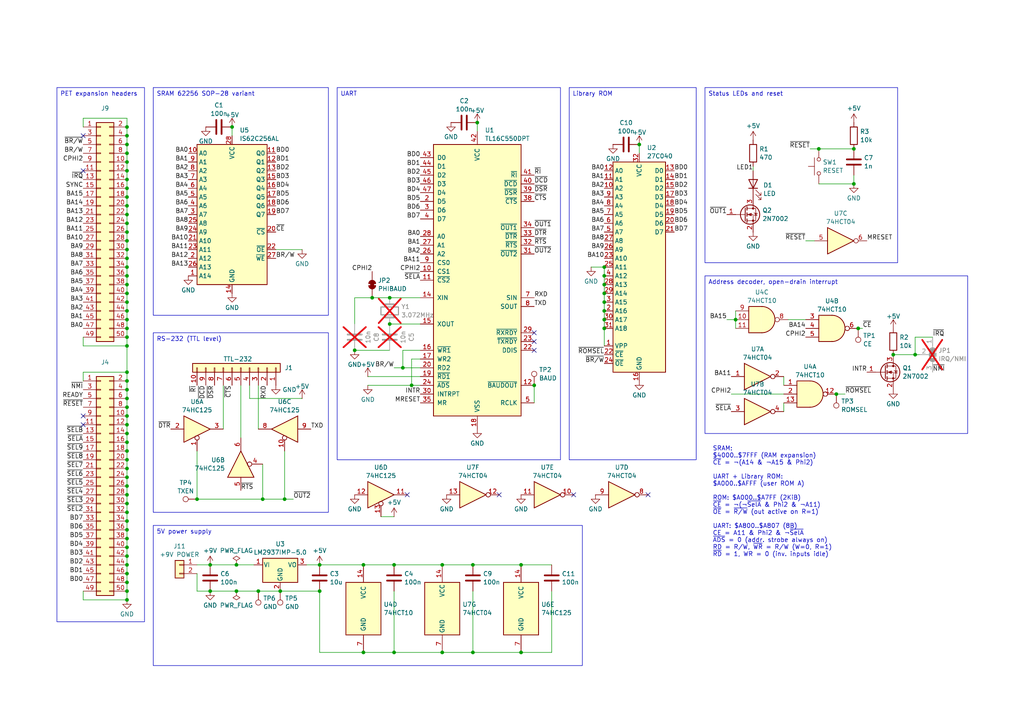
<source format=kicad_sch>
(kicad_sch
	(version 20231120)
	(generator "eeschema")
	(generator_version "8.0")
	(uuid "ba02a5fb-8d8e-4302-96a8-8e3b65a9cbd7")
	(paper "A4")
	(title_block
		(title "CBM PET SRAM Expansion")
		(date "2024-09-28")
		(rev "5")
		(company "CCC Basel")
	)
	
	(junction
		(at 175.26 82.55)
		(diameter 0)
		(color 0 0 0 0)
		(uuid "056a11f0-c26e-4946-9ae9-a571ff528e7e")
	)
	(junction
		(at 57.15 144.78)
		(diameter 0)
		(color 0 0 0 0)
		(uuid "0abefc55-f4cd-4e28-a625-90fb809422a2")
	)
	(junction
		(at 67.31 36.83)
		(diameter 0)
		(color 0 0 0 0)
		(uuid "0e804b11-f11b-44bb-a2e0-c28408880411")
	)
	(junction
		(at 74.93 171.45)
		(diameter 0)
		(color 0 0 0 0)
		(uuid "0ecacfc2-cda9-4c09-ac6e-e864b9a263c8")
	)
	(junction
		(at 175.26 80.01)
		(diameter 0)
		(color 0 0 0 0)
		(uuid "1059be7d-12db-4d65-8a41-5a60512936be")
	)
	(junction
		(at 113.03 86.36)
		(diameter 0)
		(color 0 0 0 0)
		(uuid "112484c3-8331-4494-94d0-86c0720f8a40")
	)
	(junction
		(at 36.83 173.99)
		(diameter 0)
		(color 0 0 0 0)
		(uuid "132e523d-4dd0-4bfc-a395-7b85d134f2e5")
	)
	(junction
		(at 175.26 85.09)
		(diameter 0)
		(color 0 0 0 0)
		(uuid "1401ecc8-1c5c-43c7-a929-f19593465319")
	)
	(junction
		(at 114.3 189.23)
		(diameter 0)
		(color 0 0 0 0)
		(uuid "1415b0a0-6599-4e9b-8c35-e391fb9a6ba8")
	)
	(junction
		(at 36.83 62.23)
		(diameter 0)
		(color 0 0 0 0)
		(uuid "15173f45-ff3b-4146-9ec8-aea55ce6de28")
	)
	(junction
		(at 119.38 111.76)
		(diameter 0)
		(color 0 0 0 0)
		(uuid "179f0257-8ee6-4b00-b6e2-c72d27978f8a")
	)
	(junction
		(at 107.95 86.36)
		(diameter 0)
		(color 0 0 0 0)
		(uuid "1815a0f8-3bf8-4522-bda4-dac7c65fe752")
	)
	(junction
		(at 265.43 102.87)
		(diameter 0)
		(color 0 0 0 0)
		(uuid "18cde554-bf47-487f-8691-35dc98459499")
	)
	(junction
		(at 36.83 80.01)
		(diameter 0)
		(color 0 0 0 0)
		(uuid "195b6efc-e1c4-4f14-9bc8-6388815f444b")
	)
	(junction
		(at 82.55 144.78)
		(diameter 0)
		(color 0 0 0 0)
		(uuid "1b183ed3-18b0-4283-b39b-8e0dd8499228")
	)
	(junction
		(at 151.13 189.23)
		(diameter 0)
		(color 0 0 0 0)
		(uuid "1b70fc5a-45e7-4bab-8024-75986d4921cd")
	)
	(junction
		(at 76.2 144.78)
		(diameter 0)
		(color 0 0 0 0)
		(uuid "20c0d527-8617-44d0-b2c2-14f69fe18fde")
	)
	(junction
		(at 68.58 171.45)
		(diameter 0)
		(color 0 0 0 0)
		(uuid "2138369b-643b-4f89-946d-bebf9d9190fc")
	)
	(junction
		(at 154.94 111.76)
		(diameter 0)
		(color 0 0 0 0)
		(uuid "22fe5866-b625-4c8d-8744-e37235a5aa0c")
	)
	(junction
		(at 36.83 87.63)
		(diameter 0)
		(color 0 0 0 0)
		(uuid "23088312-808b-4f4c-b096-e91dd8b9b773")
	)
	(junction
		(at 36.83 133.35)
		(diameter 0)
		(color 0 0 0 0)
		(uuid "231907ca-0f57-4d42-982d-2a9aaae679d6")
	)
	(junction
		(at 36.83 64.77)
		(diameter 0)
		(color 0 0 0 0)
		(uuid "23fa526b-f701-4216-bb5e-d524585daacd")
	)
	(junction
		(at 36.83 156.21)
		(diameter 0)
		(color 0 0 0 0)
		(uuid "245dfd6e-93dd-4c02-b96a-60e3cd2d8ba7")
	)
	(junction
		(at 116.84 106.68)
		(diameter 0)
		(color 0 0 0 0)
		(uuid "249eab88-d08c-45d0-a3bb-ac4f6cdc9a4f")
	)
	(junction
		(at 175.26 90.17)
		(diameter 0)
		(color 0 0 0 0)
		(uuid "27414434-2d37-4748-b140-4fd1d11e2493")
	)
	(junction
		(at 36.83 52.07)
		(diameter 0)
		(color 0 0 0 0)
		(uuid "2808f7d7-3bee-4b54-9474-691eae9eef5c")
	)
	(junction
		(at 247.65 43.18)
		(diameter 0)
		(color 0 0 0 0)
		(uuid "2b7206a6-30b3-4f96-9a17-1240603f3ec8")
	)
	(junction
		(at 36.83 39.37)
		(diameter 0)
		(color 0 0 0 0)
		(uuid "2cd9beca-8b4d-40c8-8644-94001003ba43")
	)
	(junction
		(at 36.83 90.17)
		(diameter 0)
		(color 0 0 0 0)
		(uuid "2f563c43-87b4-46b6-9928-bf2910756250")
	)
	(junction
		(at 137.16 189.23)
		(diameter 0)
		(color 0 0 0 0)
		(uuid "32c099db-6bd3-4631-b7e5-8e0ab620176f")
	)
	(junction
		(at 175.26 87.63)
		(diameter 0)
		(color 0 0 0 0)
		(uuid "357bfee8-289e-4bc2-a7b6-c0f5695bc7cc")
	)
	(junction
		(at 36.83 59.69)
		(diameter 0)
		(color 0 0 0 0)
		(uuid "3814d9fb-539b-4ad3-a118-ea02dfa6fdca")
	)
	(junction
		(at 151.13 163.83)
		(diameter 0)
		(color 0 0 0 0)
		(uuid "3f66cb11-0011-44b0-bd70-cd870653f612")
	)
	(junction
		(at 36.83 168.91)
		(diameter 0)
		(color 0 0 0 0)
		(uuid "3f87a0a3-a002-48d6-bd89-e50bae5ece9b")
	)
	(junction
		(at 128.27 189.23)
		(diameter 0)
		(color 0 0 0 0)
		(uuid "436e35db-d06d-44e5-a9f2-633ebb568bc1")
	)
	(junction
		(at 36.83 130.81)
		(diameter 0)
		(color 0 0 0 0)
		(uuid "44549270-7860-47a1-9a0d-d6e402f8a1f9")
	)
	(junction
		(at 213.36 92.71)
		(diameter 0)
		(color 0 0 0 0)
		(uuid "4471f513-2194-4416-b5aa-d7e191b264a6")
	)
	(junction
		(at 36.83 41.91)
		(diameter 0)
		(color 0 0 0 0)
		(uuid "4b977a37-3ace-4841-a45c-af50084070a5")
	)
	(junction
		(at 36.83 95.25)
		(diameter 0)
		(color 0 0 0 0)
		(uuid "4c7f9c78-648a-4266-8790-9767b7a24612")
	)
	(junction
		(at 36.83 54.61)
		(diameter 0)
		(color 0 0 0 0)
		(uuid "5ae5c9e9-4a8f-4d63-92f5-44a3c8bb1f99")
	)
	(junction
		(at 36.83 113.03)
		(diameter 0)
		(color 0 0 0 0)
		(uuid "61549b9f-b4bf-434c-9d9f-c3bca06ff294")
	)
	(junction
		(at 137.16 163.83)
		(diameter 0)
		(color 0 0 0 0)
		(uuid "61fbdc00-38e4-43b8-b894-b46529c6be10")
	)
	(junction
		(at 36.83 148.59)
		(diameter 0)
		(color 0 0 0 0)
		(uuid "64b900cd-2d86-4b52-bb5c-97b4fe952f58")
	)
	(junction
		(at 105.41 189.23)
		(diameter 0)
		(color 0 0 0 0)
		(uuid "6532edc3-17eb-49de-8c21-0ad7e52331d5")
	)
	(junction
		(at 36.83 69.85)
		(diameter 0)
		(color 0 0 0 0)
		(uuid "6c2f7215-865c-4fb1-846d-e1e38eb27bb3")
	)
	(junction
		(at 36.83 82.55)
		(diameter 0)
		(color 0 0 0 0)
		(uuid "71147d30-3a10-4a39-9d6e-6e813cd063f4")
	)
	(junction
		(at 81.28 171.45)
		(diameter 0)
		(color 0 0 0 0)
		(uuid "7477d0ce-a25d-4684-acf6-74adc02ed023")
	)
	(junction
		(at 36.83 120.65)
		(diameter 0)
		(color 0 0 0 0)
		(uuid "77394a52-145a-4021-8fd2-6569bd29e47a")
	)
	(junction
		(at 175.26 92.71)
		(diameter 0)
		(color 0 0 0 0)
		(uuid "7b78dcd3-aecf-4adb-9f25-cd7de3d27d52")
	)
	(junction
		(at 60.96 171.45)
		(diameter 0)
		(color 0 0 0 0)
		(uuid "7f68fb98-49b8-4141-a565-d68743f2112f")
	)
	(junction
		(at 36.83 100.33)
		(diameter 0)
		(color 0 0 0 0)
		(uuid "7f6ec264-e554-4d3a-847a-63d1ee1efa52")
	)
	(junction
		(at 36.83 110.49)
		(diameter 0)
		(color 0 0 0 0)
		(uuid "7f9af0e9-ce3a-4803-bc52-8d667acf73e7")
	)
	(junction
		(at 36.83 46.99)
		(diameter 0)
		(color 0 0 0 0)
		(uuid "7fbc4fd6-5117-4b75-9f06-add6d0f632f6")
	)
	(junction
		(at 138.43 35.56)
		(diameter 0)
		(color 0 0 0 0)
		(uuid "7fce55ae-f9dc-4b3f-b891-1eab209c709b")
	)
	(junction
		(at 92.71 171.45)
		(diameter 0)
		(color 0 0 0 0)
		(uuid "83b9386f-f9ff-4c55-82db-884f4c62311d")
	)
	(junction
		(at 36.83 140.97)
		(diameter 0)
		(color 0 0 0 0)
		(uuid "8b2ce9b6-a9e9-464e-9f7d-9a76938f07f6")
	)
	(junction
		(at 113.03 93.98)
		(diameter 0)
		(color 0 0 0 0)
		(uuid "8e0b00b4-2044-421b-b8e4-8ba4be793422")
	)
	(junction
		(at 36.83 92.71)
		(diameter 0)
		(color 0 0 0 0)
		(uuid "903bce02-003e-4d0a-8386-d6c0a376668e")
	)
	(junction
		(at 36.83 67.31)
		(diameter 0)
		(color 0 0 0 0)
		(uuid "917825a7-a83d-4255-92db-a00da4f06c80")
	)
	(junction
		(at 92.71 163.83)
		(diameter 0)
		(color 0 0 0 0)
		(uuid "95a2d759-78c6-4d32-8fe4-456149d98a79")
	)
	(junction
		(at 36.83 36.83)
		(diameter 0)
		(color 0 0 0 0)
		(uuid "9796b5b6-84d4-407c-8791-ad7a9fd305ee")
	)
	(junction
		(at 128.27 163.83)
		(diameter 0)
		(color 0 0 0 0)
		(uuid "98603cc1-98d2-4dec-bfa6-4af312b6045d")
	)
	(junction
		(at 36.83 146.05)
		(diameter 0)
		(color 0 0 0 0)
		(uuid "9be13afd-1ab9-4ba6-9fce-66303bb75fd1")
	)
	(junction
		(at 259.08 102.87)
		(diameter 0)
		(color 0 0 0 0)
		(uuid "9d5de7dd-0f5d-483f-85f1-525b829e00f1")
	)
	(junction
		(at 175.26 77.47)
		(diameter 0)
		(color 0 0 0 0)
		(uuid "9fa7bca9-2847-4331-a2e0-e7f484eb1ea3")
	)
	(junction
		(at 36.83 166.37)
		(diameter 0)
		(color 0 0 0 0)
		(uuid "9fcfd4a1-eb71-4cc1-95c1-d4ee46b3596b")
	)
	(junction
		(at 185.42 41.91)
		(diameter 0)
		(color 0 0 0 0)
		(uuid "a04e3ab0-4141-44e6-aff6-0d3039a53ff2")
	)
	(junction
		(at 36.83 107.95)
		(diameter 0)
		(color 0 0 0 0)
		(uuid "a6d50e0e-c9ef-4a53-8600-acaa26482069")
	)
	(junction
		(at 36.83 171.45)
		(diameter 0)
		(color 0 0 0 0)
		(uuid "ab5cf924-c6f4-4022-95c2-03ff816df3a9")
	)
	(junction
		(at 36.83 135.89)
		(diameter 0)
		(color 0 0 0 0)
		(uuid "b199f9f2-37b2-4a61-9009-3df80f449bf3")
	)
	(junction
		(at 175.26 95.25)
		(diameter 0)
		(color 0 0 0 0)
		(uuid "b9068dc1-f8b2-44d2-8a82-381772037dde")
	)
	(junction
		(at 237.49 43.18)
		(diameter 0)
		(color 0 0 0 0)
		(uuid "b9da39cc-d8db-4930-9b84-bd6a2bd957e4")
	)
	(junction
		(at 60.96 163.83)
		(diameter 0)
		(color 0 0 0 0)
		(uuid "ba1f469a-0869-4e71-9b05-d7558848a402")
	)
	(junction
		(at 102.87 101.6)
		(diameter 0)
		(color 0 0 0 0)
		(uuid "bbf5a464-4f54-4dc1-846c-e9ae00627e12")
	)
	(junction
		(at 68.58 163.83)
		(diameter 0)
		(color 0 0 0 0)
		(uuid "bd5f5cee-fae0-454a-84be-c0b40fb0e8ed")
	)
	(junction
		(at 36.83 77.47)
		(diameter 0)
		(color 0 0 0 0)
		(uuid "be269495-f445-4722-938b-be38a32acc6a")
	)
	(junction
		(at 36.83 49.53)
		(diameter 0)
		(color 0 0 0 0)
		(uuid "c0f8c0ef-d855-4daf-a3c6-faf021bbacfa")
	)
	(junction
		(at 36.83 143.51)
		(diameter 0)
		(color 0 0 0 0)
		(uuid "c28b5a19-2bc3-46af-928f-b0dc39d45f8b")
	)
	(junction
		(at 248.92 95.25)
		(diameter 0)
		(color 0 0 0 0)
		(uuid "c2e0dad2-2789-4c82-82ba-c484395838af")
	)
	(junction
		(at 36.83 57.15)
		(diameter 0)
		(color 0 0 0 0)
		(uuid "c4031e73-c667-4d5b-b6a3-b1b52f78072d")
	)
	(junction
		(at 36.83 128.27)
		(diameter 0)
		(color 0 0 0 0)
		(uuid "cbe52f06-6794-4495-a883-a72309517360")
	)
	(junction
		(at 105.41 163.83)
		(diameter 0)
		(color 0 0 0 0)
		(uuid "ce14d82d-a64c-4fb0-9360-0d9950cfa9e0")
	)
	(junction
		(at 36.83 153.67)
		(diameter 0)
		(color 0 0 0 0)
		(uuid "d0d5f044-d954-47a2-92e8-c56bd83f08fd")
	)
	(junction
		(at 36.83 123.19)
		(diameter 0)
		(color 0 0 0 0)
		(uuid "deb53e51-8590-461e-9f63-d5018e32e310")
	)
	(junction
		(at 36.83 85.09)
		(diameter 0)
		(color 0 0 0 0)
		(uuid "df34c3c9-550f-44ad-87fa-414dc88f9ca5")
	)
	(junction
		(at 36.83 74.93)
		(diameter 0)
		(color 0 0 0 0)
		(uuid "e810d19f-1f7f-46ed-aeca-2332235759cb")
	)
	(junction
		(at 114.3 163.83)
		(diameter 0)
		(color 0 0 0 0)
		(uuid "e81c1fd2-cbe0-4390-a076-77b4f988edf0")
	)
	(junction
		(at 36.83 97.79)
		(diameter 0)
		(color 0 0 0 0)
		(uuid "e9b6f3b7-2112-414f-95c2-3a89b12eca3c")
	)
	(junction
		(at 247.65 53.34)
		(diameter 0)
		(color 0 0 0 0)
		(uuid "edd0a164-1b74-4796-b4d9-49b5d1acd448")
	)
	(junction
		(at 36.83 44.45)
		(diameter 0)
		(color 0 0 0 0)
		(uuid "f1585753-3985-44df-bdce-73bceeea44c4")
	)
	(junction
		(at 36.83 151.13)
		(diameter 0)
		(color 0 0 0 0)
		(uuid "f1d99ce8-737b-4e91-a7ff-98190c3294f0")
	)
	(junction
		(at 36.83 163.83)
		(diameter 0)
		(color 0 0 0 0)
		(uuid "f2490804-050d-48fe-b97e-1097c19741ec")
	)
	(junction
		(at 36.83 72.39)
		(diameter 0)
		(color 0 0 0 0)
		(uuid "f9591cf2-f9e3-4fdc-9111-e653ff6a3b6e")
	)
	(junction
		(at 242.57 114.3)
		(diameter 0)
		(color 0 0 0 0)
		(uuid "fa8a85e0-2b8d-4d61-81f6-97e786f4dc1e")
	)
	(junction
		(at 36.83 158.75)
		(diameter 0)
		(color 0 0 0 0)
		(uuid "fb59a7d8-7c6b-4011-8662-0571566e7924")
	)
	(junction
		(at 36.83 161.29)
		(diameter 0)
		(color 0 0 0 0)
		(uuid "fc2aec22-7f6a-4ac6-995b-844b8042e8c9")
	)
	(junction
		(at 36.83 118.11)
		(diameter 0)
		(color 0 0 0 0)
		(uuid "fd440596-5b67-4038-af3d-226327df8ea9")
	)
	(junction
		(at 36.83 115.57)
		(diameter 0)
		(color 0 0 0 0)
		(uuid "fe404ba7-ab8e-4deb-b52d-66b45279dcb4")
	)
	(junction
		(at 36.83 125.73)
		(diameter 0)
		(color 0 0 0 0)
		(uuid "fe664a02-6c91-4a7f-9b2f-9b5b423ed89e")
	)
	(junction
		(at 36.83 138.43)
		(diameter 0)
		(color 0 0 0 0)
		(uuid "ff9a97c8-9aff-4906-a3ed-5e56c33cb353")
	)
	(no_connect
		(at 24.13 120.65)
		(uuid "21c3144a-9860-4dee-af6d-a94e3587478d")
	)
	(no_connect
		(at 24.13 39.37)
		(uuid "33f02fa2-9cbf-4e1b-883d-5a2f8a66d5ce")
	)
	(no_connect
		(at 144.78 143.51)
		(uuid "49314928-634f-4e81-a4a0-80706801d82c")
	)
	(no_connect
		(at 154.94 101.6)
		(uuid "549092fb-282c-4770-ba8a-3742aa41641b")
	)
	(no_connect
		(at 187.96 143.51)
		(uuid "616b261f-3ce3-4796-8ab8-409344179e4f")
	)
	(no_connect
		(at 118.11 143.51)
		(uuid "635c4ca2-c143-43f3-9f14-dca00da445da")
	)
	(no_connect
		(at 24.13 123.19)
		(uuid "65190511-5696-4c62-9853-195b00388054")
	)
	(no_connect
		(at 24.13 49.53)
		(uuid "6d7bf783-c773-4569-949d-8faf39b31a4f")
	)
	(no_connect
		(at 166.37 143.51)
		(uuid "799cd4ed-d20a-4f49-b8c3-350cfaed2233")
	)
	(no_connect
		(at 154.94 96.52)
		(uuid "bf997b80-ebdb-4b45-8671-6fd0c5a8f1c6")
	)
	(no_connect
		(at 154.94 99.06)
		(uuid "ccb1cb8c-4500-4cd1-9407-46b01057712c")
	)
	(wire
		(pts
			(xy 36.83 92.71) (xy 36.83 95.25)
		)
		(stroke
			(width 0)
			(type default)
		)
		(uuid "00711f35-0a35-46c5-89fc-ce0e85dd57c9")
	)
	(wire
		(pts
			(xy 36.83 100.33) (xy 24.13 100.33)
		)
		(stroke
			(width 0)
			(type default)
		)
		(uuid "046557f0-5448-4a2e-9685-2e14368d0fe7")
	)
	(wire
		(pts
			(xy 237.49 43.18) (xy 247.65 43.18)
		)
		(stroke
			(width 0)
			(type default)
		)
		(uuid "0622d7ff-bf6c-40f7-83e8-7ecb17bd1812")
	)
	(wire
		(pts
			(xy 36.83 161.29) (xy 36.83 163.83)
		)
		(stroke
			(width 0)
			(type default)
		)
		(uuid "0769c1f1-00ff-4549-9633-1ff884b80650")
	)
	(wire
		(pts
			(xy 128.27 189.23) (xy 137.16 189.23)
		)
		(stroke
			(width 0)
			(type default)
		)
		(uuid "079365ca-342a-4206-b967-4e1393e6dda1")
	)
	(wire
		(pts
			(xy 228.6 92.71) (xy 233.68 92.71)
		)
		(stroke
			(width 0)
			(type default)
		)
		(uuid "095de72c-487a-49db-8a9f-8dcd7902ae6a")
	)
	(wire
		(pts
			(xy 36.83 143.51) (xy 36.83 146.05)
		)
		(stroke
			(width 0)
			(type default)
		)
		(uuid "0a2ab28e-7de9-4efd-8dc2-277c7cb8c104")
	)
	(wire
		(pts
			(xy 137.16 163.83) (xy 151.13 163.83)
		)
		(stroke
			(width 0)
			(type default)
		)
		(uuid "0bcc28d4-af68-40cb-8f73-421064e858b3")
	)
	(wire
		(pts
			(xy 57.15 144.78) (xy 76.2 144.78)
		)
		(stroke
			(width 0)
			(type default)
		)
		(uuid "0cfdca52-9566-4684-9369-f2738d2ae435")
	)
	(wire
		(pts
			(xy 36.83 173.99) (xy 24.13 173.99)
		)
		(stroke
			(width 0)
			(type default)
		)
		(uuid "0d3e84c8-187a-434a-99b0-a398c4b7f9d4")
	)
	(wire
		(pts
			(xy 36.83 123.19) (xy 36.83 125.73)
		)
		(stroke
			(width 0)
			(type default)
		)
		(uuid "0d80c3da-42ca-4fd6-ad98-36ecb3cdf91a")
	)
	(wire
		(pts
			(xy 36.83 85.09) (xy 36.83 87.63)
		)
		(stroke
			(width 0)
			(type default)
		)
		(uuid "12b6d115-0ef8-46f1-bff2-e153886a4ac6")
	)
	(wire
		(pts
			(xy 114.3 189.23) (xy 128.27 189.23)
		)
		(stroke
			(width 0)
			(type default)
		)
		(uuid "12bf641a-5d24-44f3-95df-45c6a68ee451")
	)
	(wire
		(pts
			(xy 74.93 111.76) (xy 74.93 124.46)
		)
		(stroke
			(width 0)
			(type default)
		)
		(uuid "13330aea-b5ae-41d5-b161-e5749926b421")
	)
	(wire
		(pts
			(xy 36.83 107.95) (xy 24.13 107.95)
		)
		(stroke
			(width 0)
			(type default)
		)
		(uuid "1374172c-a5b4-4749-a7bf-da2b9d6a5f4b")
	)
	(wire
		(pts
			(xy 36.83 128.27) (xy 36.83 130.81)
		)
		(stroke
			(width 0)
			(type default)
		)
		(uuid "14733b41-92a9-4319-9926-64316a050b70")
	)
	(wire
		(pts
			(xy 36.83 135.89) (xy 36.83 138.43)
		)
		(stroke
			(width 0)
			(type default)
		)
		(uuid "16361d29-945a-4429-b155-3484aad8db6f")
	)
	(wire
		(pts
			(xy 60.96 171.45) (xy 68.58 171.45)
		)
		(stroke
			(width 0)
			(type default)
		)
		(uuid "17e6825e-78e0-4309-9ac1-6f00299c9759")
	)
	(wire
		(pts
			(xy 270.51 97.79) (xy 265.43 97.79)
		)
		(stroke
			(width 0)
			(type default)
		)
		(uuid "1953529c-bd34-4974-8b28-542259c55fb4")
	)
	(wire
		(pts
			(xy 36.83 34.29) (xy 24.13 34.29)
		)
		(stroke
			(width 0)
			(type default)
		)
		(uuid "1b00708e-a75f-47f2-82bd-938cbc163d7e")
	)
	(wire
		(pts
			(xy 36.83 171.45) (xy 36.83 173.99)
		)
		(stroke
			(width 0)
			(type default)
		)
		(uuid "1ba742e3-ce9c-4d92-b23f-2cb1863e7bfe")
	)
	(wire
		(pts
			(xy 213.36 92.71) (xy 213.36 90.17)
		)
		(stroke
			(width 0)
			(type default)
		)
		(uuid "1c5869ee-d3e1-4acf-80f4-7b3dc7d6dff0")
	)
	(wire
		(pts
			(xy 154.94 111.76) (xy 154.94 116.84)
		)
		(stroke
			(width 0)
			(type default)
		)
		(uuid "1cc395c3-0b03-4cf9-84b4-4de58dc74146")
	)
	(wire
		(pts
			(xy 72.39 115.57) (xy 87.63 115.57)
		)
		(stroke
			(width 0)
			(type default)
		)
		(uuid "1d297b16-066a-42dd-b2ba-be9c8d777b64")
	)
	(wire
		(pts
			(xy 36.83 80.01) (xy 36.83 82.55)
		)
		(stroke
			(width 0)
			(type default)
		)
		(uuid "1d699762-757c-4aad-8a98-25cb5a22c4ca")
	)
	(wire
		(pts
			(xy 36.83 69.85) (xy 36.83 72.39)
		)
		(stroke
			(width 0)
			(type default)
		)
		(uuid "21559b49-cfeb-478f-a9dc-61ab85bff646")
	)
	(wire
		(pts
			(xy 36.83 153.67) (xy 36.83 156.21)
		)
		(stroke
			(width 0)
			(type default)
		)
		(uuid "23208346-8f18-4ee9-98c4-bf4c1acc206d")
	)
	(wire
		(pts
			(xy 105.41 163.83) (xy 114.3 163.83)
		)
		(stroke
			(width 0)
			(type default)
		)
		(uuid "2594df8f-7629-444f-b9da-3ffc5013fb21")
	)
	(wire
		(pts
			(xy 175.26 90.17) (xy 175.26 92.71)
		)
		(stroke
			(width 0)
			(type default)
		)
		(uuid "268c2fc8-8e07-40c9-b363-0a286fdb9246")
	)
	(wire
		(pts
			(xy 233.68 69.85) (xy 236.22 69.85)
		)
		(stroke
			(width 0)
			(type default)
		)
		(uuid "2782cd76-9d1b-47fa-95de-3e8e8c394bdc")
	)
	(wire
		(pts
			(xy 36.83 133.35) (xy 36.83 135.89)
		)
		(stroke
			(width 0)
			(type default)
		)
		(uuid "288d5bec-4d83-4011-ad09-73e4915facf8")
	)
	(wire
		(pts
			(xy 57.15 163.83) (xy 60.96 163.83)
		)
		(stroke
			(width 0)
			(type default)
		)
		(uuid "2bfe1a78-858f-4a81-bec4-e14397697ed6")
	)
	(wire
		(pts
			(xy 137.16 171.45) (xy 137.16 189.23)
		)
		(stroke
			(width 0)
			(type default)
		)
		(uuid "2eb9fdb2-9d66-4f6f-a82e-20a370f58afc")
	)
	(wire
		(pts
			(xy 36.83 72.39) (xy 36.83 74.93)
		)
		(stroke
			(width 0)
			(type default)
		)
		(uuid "302db16f-0c13-4237-8e6d-fbfb969ac60c")
	)
	(wire
		(pts
			(xy 265.43 97.79) (xy 265.43 102.87)
		)
		(stroke
			(width 0)
			(type default)
		)
		(uuid "323ea69e-a69d-4524-b708-9544a609c137")
	)
	(wire
		(pts
			(xy 218.44 48.26) (xy 218.44 49.53)
		)
		(stroke
			(width 0)
			(type default)
		)
		(uuid "3368a25e-1b40-4088-ba9b-576bb5b695e9")
	)
	(wire
		(pts
			(xy 116.84 101.6) (xy 116.84 106.68)
		)
		(stroke
			(width 0)
			(type default)
		)
		(uuid "369e6af8-1558-4168-ae1b-b1662a8aaa09")
	)
	(wire
		(pts
			(xy 92.71 189.23) (xy 105.41 189.23)
		)
		(stroke
			(width 0)
			(type default)
		)
		(uuid "36bc98be-feb2-453e-beba-3c03f2dc4feb")
	)
	(wire
		(pts
			(xy 36.83 77.47) (xy 36.83 80.01)
		)
		(stroke
			(width 0)
			(type default)
		)
		(uuid "3af1334e-b376-4e8a-bb83-2bb1fd994d6c")
	)
	(wire
		(pts
			(xy 57.15 130.81) (xy 57.15 144.78)
		)
		(stroke
			(width 0)
			(type default)
		)
		(uuid "3de59ec8-cbb2-4109-9428-1364a1fab958")
	)
	(wire
		(pts
			(xy 36.83 148.59) (xy 36.83 151.13)
		)
		(stroke
			(width 0)
			(type default)
		)
		(uuid "4061e863-29f1-43bc-926e-c7e54715c70f")
	)
	(wire
		(pts
			(xy 138.43 35.56) (xy 138.43 38.1)
		)
		(stroke
			(width 0)
			(type default)
		)
		(uuid "4114b69c-81e3-4a54-beeb-417bde69796e")
	)
	(wire
		(pts
			(xy 102.87 101.6) (xy 113.03 101.6)
		)
		(stroke
			(width 0)
			(type default)
		)
		(uuid "414124c6-9160-4b2c-8ffe-8f300ee42825")
	)
	(wire
		(pts
			(xy 36.83 82.55) (xy 36.83 85.09)
		)
		(stroke
			(width 0)
			(type default)
		)
		(uuid "42a581bc-627f-47f1-b43a-2089c12481ef")
	)
	(wire
		(pts
			(xy 36.83 44.45) (xy 36.83 46.99)
		)
		(stroke
			(width 0)
			(type default)
		)
		(uuid "43169ff3-f0f3-4860-be27-fe96087aa0e9")
	)
	(wire
		(pts
			(xy 36.83 140.97) (xy 36.83 143.51)
		)
		(stroke
			(width 0)
			(type default)
		)
		(uuid "4407daa4-725e-4f78-8635-7873016477e3")
	)
	(wire
		(pts
			(xy 250.19 95.25) (xy 248.92 95.25)
		)
		(stroke
			(width 0)
			(type default)
		)
		(uuid "45c09364-f47c-4b1d-b25c-9b80f7affb63")
	)
	(wire
		(pts
			(xy 175.26 82.55) (xy 175.26 85.09)
		)
		(stroke
			(width 0)
			(type default)
		)
		(uuid "48e0ca97-7315-468d-a02d-6c6eda37e2b6")
	)
	(wire
		(pts
			(xy 57.15 171.45) (xy 60.96 171.45)
		)
		(stroke
			(width 0)
			(type default)
		)
		(uuid "4b74de37-6eca-45d9-b0e3-e700dc0311fb")
	)
	(wire
		(pts
			(xy 234.95 43.18) (xy 237.49 43.18)
		)
		(stroke
			(width 0)
			(type default)
		)
		(uuid "4e11bbca-9727-4a08-8e39-815f674df992")
	)
	(wire
		(pts
			(xy 151.13 163.83) (xy 160.02 163.83)
		)
		(stroke
			(width 0)
			(type default)
		)
		(uuid "4f1168c6-641f-40b4-add8-0e0f52669157")
	)
	(wire
		(pts
			(xy 210.82 92.71) (xy 213.36 92.71)
		)
		(stroke
			(width 0)
			(type default)
		)
		(uuid "544f9adf-efdf-48e2-9b4b-60527298361c")
	)
	(wire
		(pts
			(xy 72.39 115.57) (xy 72.39 111.76)
		)
		(stroke
			(width 0)
			(type default)
		)
		(uuid "561e939d-6661-4e49-b1b8-e9121942e6f4")
	)
	(wire
		(pts
			(xy 175.26 95.25) (xy 175.26 100.33)
		)
		(stroke
			(width 0)
			(type default)
		)
		(uuid "582f95ab-a8ee-4282-a219-c6cfe7b4b410")
	)
	(wire
		(pts
			(xy 151.13 189.23) (xy 160.02 189.23)
		)
		(stroke
			(width 0)
			(type default)
		)
		(uuid "5cb788f7-09b9-4b6e-a9ba-cf2201895095")
	)
	(wire
		(pts
			(xy 116.84 106.68) (xy 121.92 106.68)
		)
		(stroke
			(width 0)
			(type default)
		)
		(uuid "6231866f-df15-469a-bc6a-bbb1065cd583")
	)
	(wire
		(pts
			(xy 36.83 146.05) (xy 36.83 148.59)
		)
		(stroke
			(width 0)
			(type default)
		)
		(uuid "694fc7c7-0c39-4f16-a235-fe3572daf9b9")
	)
	(wire
		(pts
			(xy 36.83 115.57) (xy 36.83 118.11)
		)
		(stroke
			(width 0)
			(type default)
		)
		(uuid "697e6d1b-de82-47b0-9179-70161de7ae5b")
	)
	(wire
		(pts
			(xy 102.87 86.36) (xy 102.87 93.98)
		)
		(stroke
			(width 0)
			(type default)
		)
		(uuid "6a55f144-5dee-45bb-9fbe-625c7e33263b")
	)
	(wire
		(pts
			(xy 24.13 34.29) (xy 24.13 36.83)
		)
		(stroke
			(width 0)
			(type default)
		)
		(uuid "6cde2c27-2f6f-4fc7-89fc-256b9f8177f2")
	)
	(wire
		(pts
			(xy 36.83 110.49) (xy 36.83 107.95)
		)
		(stroke
			(width 0)
			(type default)
		)
		(uuid "6cdf2c1d-183a-493b-9a3a-01ce5c0411cd")
	)
	(wire
		(pts
			(xy 69.85 111.76) (xy 69.85 127)
		)
		(stroke
			(width 0)
			(type default)
		)
		(uuid "6f2a63b6-9d88-40bd-9fb3-692ca3532129")
	)
	(wire
		(pts
			(xy 175.26 92.71) (xy 175.26 95.25)
		)
		(stroke
			(width 0)
			(type default)
		)
		(uuid "70cc2f58-df2d-4626-b30c-906f3e3e5045")
	)
	(wire
		(pts
			(xy 74.93 171.45) (xy 81.28 171.45)
		)
		(stroke
			(width 0)
			(type default)
		)
		(uuid "74b619b6-64d3-451b-8278-a774d7efe52a")
	)
	(wire
		(pts
			(xy 36.83 87.63) (xy 36.83 90.17)
		)
		(stroke
			(width 0)
			(type default)
		)
		(uuid "757969e0-d0aa-497f-9cc8-abf28d3cf0c4")
	)
	(wire
		(pts
			(xy 119.38 104.14) (xy 119.38 111.76)
		)
		(stroke
			(width 0)
			(type default)
		)
		(uuid "76387281-d14f-453e-8a3e-9896a5958056")
	)
	(wire
		(pts
			(xy 92.71 171.45) (xy 92.71 189.23)
		)
		(stroke
			(width 0)
			(type default)
		)
		(uuid "79010585-a286-4f6a-9380-121dfca5f966")
	)
	(wire
		(pts
			(xy 24.13 100.33) (xy 24.13 97.79)
		)
		(stroke
			(width 0)
			(type default)
		)
		(uuid "790c3ae3-c49a-4716-8d84-01160b534afc")
	)
	(wire
		(pts
			(xy 36.83 138.43) (xy 36.83 140.97)
		)
		(stroke
			(width 0)
			(type default)
		)
		(uuid "79fd50d9-8db9-4343-b064-692d691ee260")
	)
	(wire
		(pts
			(xy 64.77 111.76) (xy 64.77 124.46)
		)
		(stroke
			(width 0)
			(type default)
		)
		(uuid "7bd32e53-d6c7-4637-bea5-d5076e83a751")
	)
	(wire
		(pts
			(xy 36.83 97.79) (xy 36.83 100.33)
		)
		(stroke
			(width 0)
			(type default)
		)
		(uuid "834fc730-ea34-43aa-b12d-5e0897931268")
	)
	(wire
		(pts
			(xy 80.01 72.39) (xy 87.63 72.39)
		)
		(stroke
			(width 0)
			(type default)
		)
		(uuid "845d829c-deeb-4cd4-89e9-68705b984a66")
	)
	(wire
		(pts
			(xy 24.13 173.99) (xy 24.13 171.45)
		)
		(stroke
			(width 0)
			(type default)
		)
		(uuid "854fcba5-1b03-45d0-a06d-9d6d623ed931")
	)
	(wire
		(pts
			(xy 60.96 163.83) (xy 68.58 163.83)
		)
		(stroke
			(width 0)
			(type default)
		)
		(uuid "859e8e44-b59b-4678-beaa-4071b8223be0")
	)
	(wire
		(pts
			(xy 36.83 168.91) (xy 36.83 171.45)
		)
		(stroke
			(width 0)
			(type default)
		)
		(uuid "8932b5b7-09d1-4bd5-9645-360475058fb3")
	)
	(wire
		(pts
			(xy 185.42 41.91) (xy 185.42 44.45)
		)
		(stroke
			(width 0)
			(type default)
		)
		(uuid "8cbe9dda-777d-449d-b5b9-296782d603c0")
	)
	(wire
		(pts
			(xy 36.83 120.65) (xy 36.83 123.19)
		)
		(stroke
			(width 0)
			(type default)
		)
		(uuid "8d8ff752-55f2-459b-b52b-e1467282fe4c")
	)
	(wire
		(pts
			(xy 36.83 151.13) (xy 36.83 153.67)
		)
		(stroke
			(width 0)
			(type default)
		)
		(uuid "8e9219bd-cc33-44b5-a383-65436e5dd593")
	)
	(wire
		(pts
			(xy 102.87 86.36) (xy 107.95 86.36)
		)
		(stroke
			(width 0)
			(type default)
		)
		(uuid "900a2c47-124b-4ff3-9a93-05098324ef49")
	)
	(wire
		(pts
			(xy 36.83 90.17) (xy 36.83 92.71)
		)
		(stroke
			(width 0)
			(type default)
		)
		(uuid "90252908-9342-4715-9ab5-1ab4c3a491b4")
	)
	(wire
		(pts
			(xy 160.02 189.23) (xy 160.02 171.45)
		)
		(stroke
			(width 0)
			(type default)
		)
		(uuid "90d3d4bc-af30-42ec-a208-c725b840ecbc")
	)
	(wire
		(pts
			(xy 121.92 101.6) (xy 116.84 101.6)
		)
		(stroke
			(width 0)
			(type default)
		)
		(uuid "911e8c4b-408e-4f6c-8cd3-86d77014bda8")
	)
	(wire
		(pts
			(xy 36.83 36.83) (xy 36.83 39.37)
		)
		(stroke
			(width 0)
			(type default)
		)
		(uuid "92dfa2d6-9aaa-4e84-a9bf-ddddf8b16095")
	)
	(wire
		(pts
			(xy 227.33 119.38) (xy 227.33 116.84)
		)
		(stroke
			(width 0)
			(type default)
		)
		(uuid "9506977a-bcad-4700-b042-f6d4b4d6d7c3")
	)
	(wire
		(pts
			(xy 88.9 163.83) (xy 92.71 163.83)
		)
		(stroke
			(width 0)
			(type default)
		)
		(uuid "9e9b00c3-4bf8-4f0f-b1de-1220fdc9b3d6")
	)
	(wire
		(pts
			(xy 171.45 77.47) (xy 175.26 77.47)
		)
		(stroke
			(width 0)
			(type default)
		)
		(uuid "9fbc48f7-8caf-45bc-bdb0-9f2ee0dc9261")
	)
	(wire
		(pts
			(xy 36.83 95.25) (xy 36.83 97.79)
		)
		(stroke
			(width 0)
			(type default)
		)
		(uuid "a2c7e20c-1387-49fc-b8f7-453857f3fb46")
	)
	(wire
		(pts
			(xy 36.83 166.37) (xy 36.83 168.91)
		)
		(stroke
			(width 0)
			(type default)
		)
		(uuid "a36a5b53-6661-49b4-b075-bfa53383a516")
	)
	(wire
		(pts
			(xy 68.58 171.45) (xy 74.93 171.45)
		)
		(stroke
			(width 0)
			(type default)
		)
		(uuid "a49e0e21-1fa0-45a0-b36c-71ca6d2914b4")
	)
	(wire
		(pts
			(xy 36.83 49.53) (xy 36.83 52.07)
		)
		(stroke
			(width 0)
			(type default)
		)
		(uuid "a9f62682-fa6e-4397-afde-0ebb2029a171")
	)
	(wire
		(pts
			(xy 247.65 50.8) (xy 247.65 53.34)
		)
		(stroke
			(width 0)
			(type default)
		)
		(uuid "ac1c7e4c-2af3-4499-bd59-95128d8f456c")
	)
	(wire
		(pts
			(xy 36.83 156.21) (xy 36.83 158.75)
		)
		(stroke
			(width 0)
			(type default)
		)
		(uuid "af05e6de-af77-479c-9ea2-a26a2d5f3085")
	)
	(wire
		(pts
			(xy 36.83 57.15) (xy 36.83 59.69)
		)
		(stroke
			(width 0)
			(type default)
		)
		(uuid "af3629a2-ce2a-4acb-be35-8a2462ec8bf4")
	)
	(wire
		(pts
			(xy 114.3 189.23) (xy 114.3 171.45)
		)
		(stroke
			(width 0)
			(type default)
		)
		(uuid "b2287573-69e0-46b1-9bfb-02345a7789a9")
	)
	(wire
		(pts
			(xy 76.2 144.78) (xy 82.55 144.78)
		)
		(stroke
			(width 0)
			(type default)
		)
		(uuid "b337a58d-ae4a-4663-a17e-3e9068b20796")
	)
	(wire
		(pts
			(xy 36.83 59.69) (xy 36.83 62.23)
		)
		(stroke
			(width 0)
			(type default)
		)
		(uuid "b3ab146d-f0d1-4d9f-a694-3812984c1dae")
	)
	(wire
		(pts
			(xy 245.11 114.3) (xy 242.57 114.3)
		)
		(stroke
			(width 0)
			(type default)
		)
		(uuid "b53aa28b-3a96-4f02-8e40-2ede2c26b0b4")
	)
	(wire
		(pts
			(xy 82.55 130.81) (xy 82.55 144.78)
		)
		(stroke
			(width 0)
			(type default)
		)
		(uuid "b8637283-2b90-435e-8049-739db99738a2")
	)
	(wire
		(pts
			(xy 119.38 111.76) (xy 121.92 111.76)
		)
		(stroke
			(width 0)
			(type default)
		)
		(uuid "b8df5de6-4ec2-4f5c-911f-ceae908096b7")
	)
	(wire
		(pts
			(xy 110.49 149.86) (xy 114.3 149.86)
		)
		(stroke
			(width 0)
			(type default)
		)
		(uuid "b921c87d-24b9-4113-873f-a75f011dd058")
	)
	(wire
		(pts
			(xy 106.68 111.76) (xy 119.38 111.76)
		)
		(stroke
			(width 0)
			(type default)
		)
		(uuid "bb60d230-7fcd-4044-a70b-0f2388655c1c")
	)
	(wire
		(pts
			(xy 113.03 93.98) (xy 121.92 93.98)
		)
		(stroke
			(width 0)
			(type default)
		)
		(uuid "bc5742e2-ce78-4572-8890-94213356cbe4")
	)
	(wire
		(pts
			(xy 36.83 67.31) (xy 36.83 69.85)
		)
		(stroke
			(width 0)
			(type default)
		)
		(uuid "bcaff7eb-5cd4-4ec7-b826-6a7930a97b06")
	)
	(wire
		(pts
			(xy 36.83 62.23) (xy 36.83 64.77)
		)
		(stroke
			(width 0)
			(type default)
		)
		(uuid "bd68d0f9-0800-41b8-958e-45ad6ce413c0")
	)
	(wire
		(pts
			(xy 36.83 163.83) (xy 36.83 166.37)
		)
		(stroke
			(width 0)
			(type default)
		)
		(uuid "bdde8308-df24-498c-8d8a-b951a3163278")
	)
	(wire
		(pts
			(xy 107.95 86.36) (xy 113.03 86.36)
		)
		(stroke
			(width 0)
			(type default)
		)
		(uuid "c140b55a-cca0-4c1c-a39d-d475dbe2d661")
	)
	(wire
		(pts
			(xy 212.09 114.3) (xy 227.33 114.3)
		)
		(stroke
			(width 0)
			(type default)
		)
		(uuid "c4ffacf1-eb84-44e2-bd45-702716148d3e")
	)
	(wire
		(pts
			(xy 237.49 53.34) (xy 247.65 53.34)
		)
		(stroke
			(width 0)
			(type default)
		)
		(uuid "c5e5f4f6-cf4e-43fd-acd6-3d954486aa9b")
	)
	(wire
		(pts
			(xy 82.55 144.78) (xy 85.09 144.78)
		)
		(stroke
			(width 0)
			(type default)
		)
		(uuid "c6b20c12-914d-4a12-912c-20893dcaf6a4")
	)
	(wire
		(pts
			(xy 81.28 171.45) (xy 92.71 171.45)
		)
		(stroke
			(width 0)
			(type default)
		)
		(uuid "c95ec6f3-526a-4cc8-afdb-a23a287bb490")
	)
	(wire
		(pts
			(xy 36.83 110.49) (xy 36.83 113.03)
		)
		(stroke
			(width 0)
			(type default)
		)
		(uuid "ca0343ca-e017-4f76-affd-a232630c92f5")
	)
	(wire
		(pts
			(xy 36.83 54.61) (xy 36.83 57.15)
		)
		(stroke
			(width 0)
			(type default)
		)
		(uuid "d060cc3c-d098-4c1f-81b8-67db3386edd0")
	)
	(wire
		(pts
			(xy 265.43 102.87) (xy 266.7 102.87)
		)
		(stroke
			(width 0)
			(type default)
		)
		(uuid "d1d3003d-081c-411d-800d-7f5b1f058b13")
	)
	(wire
		(pts
			(xy 175.26 77.47) (xy 175.26 80.01)
		)
		(stroke
			(width 0)
			(type default)
		)
		(uuid "d34a03f6-db1f-4f52-ae26-1e3a87a202b1")
	)
	(wire
		(pts
			(xy 106.68 109.22) (xy 121.92 109.22)
		)
		(stroke
			(width 0)
			(type default)
		)
		(uuid "d3b2e1e4-eb33-4c1d-a6db-8aad3c570944")
	)
	(wire
		(pts
			(xy 259.08 102.87) (xy 265.43 102.87)
		)
		(stroke
			(width 0)
			(type default)
		)
		(uuid "d64885f3-b907-42bd-bcda-8e62909bce7a")
	)
	(wire
		(pts
			(xy 175.26 80.01) (xy 175.26 82.55)
		)
		(stroke
			(width 0)
			(type default)
		)
		(uuid "d6da7d9c-f04b-4050-ac83-7c0ba90508e0")
	)
	(wire
		(pts
			(xy 76.2 134.62) (xy 76.2 144.78)
		)
		(stroke
			(width 0)
			(type default)
		)
		(uuid "d77dea44-11e2-4acc-b17e-a10938b40afb")
	)
	(wire
		(pts
			(xy 36.83 100.33) (xy 36.83 107.95)
		)
		(stroke
			(width 0)
			(type default)
		)
		(uuid "d88a5164-437e-4439-9957-6fa9983fd519")
	)
	(wire
		(pts
			(xy 114.3 106.68) (xy 116.84 106.68)
		)
		(stroke
			(width 0)
			(type default)
		)
		(uuid "dba69e1b-0d5f-4d4f-ac61-d67ab24a092b")
	)
	(wire
		(pts
			(xy 36.83 113.03) (xy 36.83 115.57)
		)
		(stroke
			(width 0)
			(type default)
		)
		(uuid "dcdf97d6-2621-44f8-833a-9cf963257509")
	)
	(wire
		(pts
			(xy 36.83 130.81) (xy 36.83 133.35)
		)
		(stroke
			(width 0)
			(type default)
		)
		(uuid "dfb83818-75eb-4238-955f-df54608ceacd")
	)
	(wire
		(pts
			(xy 36.83 64.77) (xy 36.83 67.31)
		)
		(stroke
			(width 0)
			(type default)
		)
		(uuid "e2b64ce2-21f5-444c-bcb4-c6b772f33cae")
	)
	(wire
		(pts
			(xy 36.83 118.11) (xy 36.83 120.65)
		)
		(stroke
			(width 0)
			(type default)
		)
		(uuid "e39852d7-4ddd-4daa-a61f-9f4d47b577a4")
	)
	(wire
		(pts
			(xy 36.83 36.83) (xy 36.83 34.29)
		)
		(stroke
			(width 0)
			(type default)
		)
		(uuid "e43683c8-2d3b-406c-bda7-c576ca1be414")
	)
	(wire
		(pts
			(xy 36.83 52.07) (xy 36.83 54.61)
		)
		(stroke
			(width 0)
			(type default)
		)
		(uuid "e47c8fdf-faa6-4125-9e6b-43f3d5ddb0db")
	)
	(wire
		(pts
			(xy 36.83 74.93) (xy 36.83 77.47)
		)
		(stroke
			(width 0)
			(type default)
		)
		(uuid "e5551b9c-2c24-4964-86d4-38a3f327a220")
	)
	(wire
		(pts
			(xy 113.03 86.36) (xy 121.92 86.36)
		)
		(stroke
			(width 0)
			(type default)
		)
		(uuid "e5ade7c2-fad5-4db1-b7e9-12e73614fc11")
	)
	(wire
		(pts
			(xy 36.83 158.75) (xy 36.83 161.29)
		)
		(stroke
			(width 0)
			(type default)
		)
		(uuid "e68a8b07-5703-415c-9224-8f9ccbf2f68e")
	)
	(wire
		(pts
			(xy 36.83 46.99) (xy 36.83 49.53)
		)
		(stroke
			(width 0)
			(type default)
		)
		(uuid "ea69e4d7-e1b1-4372-bcd2-4e20820116d8")
	)
	(wire
		(pts
			(xy 175.26 87.63) (xy 175.26 90.17)
		)
		(stroke
			(width 0)
			(type default)
		)
		(uuid "eac87ae4-9384-496d-8c7f-ee066a0739ba")
	)
	(wire
		(pts
			(xy 24.13 107.95) (xy 24.13 110.49)
		)
		(stroke
			(width 0)
			(type default)
		)
		(uuid "ec4b7472-2d64-4d21-9857-e393775a86e3")
	)
	(wire
		(pts
			(xy 137.16 189.23) (xy 151.13 189.23)
		)
		(stroke
			(width 0)
			(type default)
		)
		(uuid "ec59c79c-bb75-4dd6-8b25-70d431431370")
	)
	(wire
		(pts
			(xy 36.83 39.37) (xy 36.83 41.91)
		)
		(stroke
			(width 0)
			(type default)
		)
		(uuid "ec8e8812-2081-4703-af17-22a23d47eae7")
	)
	(wire
		(pts
			(xy 121.92 104.14) (xy 119.38 104.14)
		)
		(stroke
			(width 0)
			(type default)
		)
		(uuid "eda32d4b-c127-4d98-b47a-e09e581f40e1")
	)
	(wire
		(pts
			(xy 114.3 163.83) (xy 128.27 163.83)
		)
		(stroke
			(width 0)
			(type default)
		)
		(uuid "f022f480-0959-4cab-b041-e269953d047d")
	)
	(wire
		(pts
			(xy 68.58 163.83) (xy 73.66 163.83)
		)
		(stroke
			(width 0)
			(type default)
		)
		(uuid "f0317985-d78d-4523-9361-e1952f22e7ba")
	)
	(wire
		(pts
			(xy 105.41 189.23) (xy 114.3 189.23)
		)
		(stroke
			(width 0)
			(type default)
		)
		(uuid "f37db2c7-d0b7-4aa2-b900-f6480df95daa")
	)
	(wire
		(pts
			(xy 128.27 163.83) (xy 137.16 163.83)
		)
		(stroke
			(width 0)
			(type default)
		)
		(uuid "f3ecacdd-43d7-474d-93ba-22bce7099088")
	)
	(wire
		(pts
			(xy 57.15 171.45) (xy 57.15 166.37)
		)
		(stroke
			(width 0)
			(type default)
		)
		(uuid "f56e50fc-d165-4562-ad12-56256f7372cd")
	)
	(wire
		(pts
			(xy 36.83 41.91) (xy 36.83 44.45)
		)
		(stroke
			(width 0)
			(type default)
		)
		(uuid "f6fbc910-22be-4539-bbdd-779116d765cd")
	)
	(wire
		(pts
			(xy 227.33 109.22) (xy 227.33 111.76)
		)
		(stroke
			(width 0)
			(type default)
		)
		(uuid "f7191d0b-97e0-4a78-b7c4-dee8b7c89596")
	)
	(wire
		(pts
			(xy 213.36 92.71) (xy 213.36 95.25)
		)
		(stroke
			(width 0)
			(type default)
		)
		(uuid "f800e161-228f-4984-a75b-44b9fc074988")
	)
	(wire
		(pts
			(xy 67.31 36.83) (xy 67.31 39.37)
		)
		(stroke
			(width 0)
			(type default)
		)
		(uuid "f9719e5e-1639-42ac-bfcc-92f3151dd805")
	)
	(wire
		(pts
			(xy 92.71 163.83) (xy 105.41 163.83)
		)
		(stroke
			(width 0)
			(type default)
		)
		(uuid "f990c8b7-7754-4150-908d-8e7bd6df5074")
	)
	(wire
		(pts
			(xy 36.83 125.73) (xy 36.83 128.27)
		)
		(stroke
			(width 0)
			(type default)
		)
		(uuid "fd857494-45be-4a2f-91b4-3371118f6f91")
	)
	(wire
		(pts
			(xy 175.26 85.09) (xy 175.26 87.63)
		)
		(stroke
			(width 0)
			(type default)
		)
		(uuid "fd8afd0c-25d1-43e7-827b-34eb9e4d9916")
	)
	(text_box "SRAM:\n$4000..$7FFF (RAM expansion)\n~{CE} = ¬(A14 & ¬A15 & Phi2)\n\nUART + Library ROM:\n$A000..$AFFF (user ROM A)\n\nROM: $A000..$A7FF (2KiB)\n~{CE} = ¬(¬~{SelA} & Phi2 & ¬A11)\n~{OE} = ~{R/W} (out active on R=1)\n\nUART: $A800..$A807 (8B)\nCE = A11 & Phi2 & ¬~{SelA}\n~{ADS} = 0 (addr. strobe always on)\nRD = R/W, ~{WR} = R/W (W=0, R=1)\n~{RD} = 1, WR = 0 (inv. inputs idle)"
		(exclude_from_sim no)
		(at 205.74 128.27 0)
		(size 36.83 34.29)
		(stroke
			(width -0.0001)
			(type default)
		)
		(fill
			(type none)
		)
		(effects
			(font
				(size 1.27 1.27)
			)
			(justify left top)
		)
		(uuid "092901db-d31f-4d5c-8252-4d69e435afbe")
	)
	(text_box "Library ROM"
		(exclude_from_sim no)
		(at 165.1 25.4 0)
		(size 36.83 107.95)
		(stroke
			(width 0)
			(type default)
		)
		(fill
			(type none)
		)
		(effects
			(font
				(size 1.27 1.27)
			)
			(justify left top)
		)
		(uuid "15b8abac-0032-412c-8fb2-3a1efeb794e2")
	)
	(text_box "5V power supply"
		(exclude_from_sim no)
		(at 44.45 152.4 0)
		(size 124.46 40.64)
		(stroke
			(width 0)
			(type default)
		)
		(fill
			(type none)
		)
		(effects
			(font
				(size 1.27 1.27)
			)
			(justify left top)
		)
		(uuid "32d7c9e1-5156-44ba-829b-261754e61ffc")
	)
	(text_box "PET expansion headers"
		(exclude_from_sim no)
		(at 16.51 25.4 0)
		(size 25.4 154.94)
		(stroke
			(width 0)
			(type default)
		)
		(fill
			(type none)
		)
		(effects
			(font
				(size 1.27 1.27)
			)
			(justify left top)
		)
		(uuid "4b3424c3-23ed-4e95-866a-686c0e7fb4c4")
	)
	(text_box "Address decoder, open-drain interrupt"
		(exclude_from_sim no)
		(at 204.47 80.01 0)
		(size 76.2 45.72)
		(stroke
			(width 0)
			(type default)
		)
		(fill
			(type none)
		)
		(effects
			(font
				(size 1.27 1.27)
			)
			(justify left top)
		)
		(uuid "7b5e9fb9-1c7f-4737-ba88-1267080863b0")
	)
	(text_box "SRAM 62256 SOP-28 variant"
		(exclude_from_sim no)
		(at 44.45 25.4 0)
		(size 50.8 66.04)
		(stroke
			(width 0)
			(type default)
		)
		(fill
			(type none)
		)
		(effects
			(font
				(size 1.27 1.27)
			)
			(justify left top)
		)
		(uuid "7f0fcd35-3cd8-4170-9075-7c12bb71df84")
	)
	(text_box "RS-232 (TTL level)"
		(exclude_from_sim no)
		(at 44.45 96.52 0)
		(size 50.8 52.07)
		(stroke
			(width 0)
			(type default)
		)
		(fill
			(type none)
		)
		(effects
			(font
				(size 1.27 1.27)
			)
			(justify left top)
		)
		(uuid "acdd3c8e-487b-4359-bbfa-77163e0ca04e")
	)
	(text_box "Status LEDs and reset"
		(exclude_from_sim no)
		(at 204.47 25.4 0)
		(size 55.88 50.8)
		(stroke
			(width 0)
			(type default)
		)
		(fill
			(type none)
		)
		(effects
			(font
				(size 1.27 1.27)
			)
			(justify left top)
		)
		(uuid "cd091ff4-998f-420b-9492-bb5e6729703b")
	)
	(text_box "UART"
		(exclude_from_sim no)
		(at 97.79 25.4 0)
		(size 64.77 107.95)
		(stroke
			(width 0)
			(type default)
		)
		(fill
			(type none)
		)
		(effects
			(font
				(size 1.27 1.27)
			)
			(justify left top)
		)
		(uuid "da21cf85-4680-445a-965b-db7fd82f768a")
	)
	(label "~{SEL4}"
		(at 24.13 143.51 180)
		(fields_autoplaced yes)
		(effects
			(font
				(size 1.27 1.27)
			)
			(justify right bottom)
		)
		(uuid "0214e118-f8b7-4ab8-b298-a9ff17585bf1")
	)
	(label "~{RI}"
		(at 57.15 111.76 270)
		(fields_autoplaced yes)
		(effects
			(font
				(size 1.27 1.27)
			)
			(justify right bottom)
		)
		(uuid "032de516-f0c9-4a1a-bf12-28998149d5ec")
	)
	(label "INTR"
		(at 121.92 114.3 180)
		(fields_autoplaced yes)
		(effects
			(font
				(size 1.27 1.27)
			)
			(justify right bottom)
		)
		(uuid "03de528c-3739-4ed7-a4e1-4a74c0781cfd")
	)
	(label "~{OUT1}"
		(at 154.94 66.04 0)
		(fields_autoplaced yes)
		(effects
			(font
				(size 1.27 1.27)
			)
			(justify left bottom)
		)
		(uuid "0558ea60-40cf-4b57-8786-a70f6ed7ac3d")
	)
	(label "BA9"
		(at 175.26 72.39 180)
		(fields_autoplaced yes)
		(effects
			(font
				(size 1.27 1.27)
			)
			(justify right bottom)
		)
		(uuid "092dc713-3287-4f75-ac12-397215c7eef7")
	)
	(label "BA15"
		(at 210.82 92.71 180)
		(fields_autoplaced yes)
		(effects
			(font
				(size 1.27 1.27)
			)
			(justify right bottom)
		)
		(uuid "09893b47-9741-4268-be8d-5d100bb115c7")
	)
	(label "BA10"
		(at 24.13 69.85 180)
		(fields_autoplaced yes)
		(effects
			(font
				(size 1.27 1.27)
			)
			(justify right bottom)
		)
		(uuid "0ab58770-2056-4632-aa5b-e764591f78e8")
	)
	(label "~{RESET}"
		(at 234.95 43.18 180)
		(fields_autoplaced yes)
		(effects
			(font
				(size 1.27 1.27)
			)
			(justify right bottom)
		)
		(uuid "0b35452a-3b85-4341-adfc-e6959c6238f3")
	)
	(label "TXD"
		(at 90.17 124.46 0)
		(fields_autoplaced yes)
		(effects
			(font
				(size 1.27 1.27)
			)
			(justify left bottom)
		)
		(uuid "0c4ce85c-f24c-47dc-a9e3-854955873d69")
	)
	(label "BA3"
		(at 24.13 87.63 180)
		(fields_autoplaced yes)
		(effects
			(font
				(size 1.27 1.27)
			)
			(justify right bottom)
		)
		(uuid "117a4f90-3458-474b-9527-bf74dd8db248")
	)
	(label "BD7"
		(at 80.01 62.23 0)
		(fields_autoplaced yes)
		(effects
			(font
				(size 1.27 1.27)
			)
			(justify left bottom)
		)
		(uuid "12d0307a-6efa-4531-bbf7-52e703c74690")
	)
	(label "~{RESET}"
		(at 24.13 118.11 180)
		(fields_autoplaced yes)
		(effects
			(font
				(size 1.27 1.27)
			)
			(justify right bottom)
		)
		(uuid "136bbdf8-a7b3-4640-8e82-420d1f1b1953")
	)
	(label "BA9"
		(at 24.13 72.39 180)
		(fields_autoplaced yes)
		(effects
			(font
				(size 1.27 1.27)
			)
			(justify right bottom)
		)
		(uuid "13844833-89d3-4dda-b900-c96d50e01744")
	)
	(label "BA3"
		(at 175.26 57.15 180)
		(fields_autoplaced yes)
		(effects
			(font
				(size 1.27 1.27)
			)
			(justify right bottom)
		)
		(uuid "14cc20b7-eac7-4e45-86e0-6f9b6c1226f4")
	)
	(label "~{CE}"
		(at 80.01 67.31 0)
		(fields_autoplaced yes)
		(effects
			(font
				(size 1.27 1.27)
			)
			(justify left bottom)
		)
		(uuid "182267af-ea4f-4d8c-ae8a-8f2cc464aeb9")
	)
	(label "~{OUT1}"
		(at 210.82 62.23 180)
		(fields_autoplaced yes)
		(effects
			(font
				(size 1.27 1.27)
			)
			(justify right bottom)
		)
		(uuid "1872ca59-d878-47c9-9afe-be9fa4b25ecc")
	)
	(label "BA14"
		(at 233.68 95.25 180)
		(fields_autoplaced yes)
		(effects
			(font
				(size 1.27 1.27)
			)
			(justify right bottom)
		)
		(uuid "1881e7ca-eb27-4ef3-9e37-33609fb2b92f")
	)
	(label "BA6"
		(at 175.26 64.77 180)
		(fields_autoplaced yes)
		(effects
			(font
				(size 1.27 1.27)
			)
			(justify right bottom)
		)
		(uuid "192429c5-8918-431f-a02e-56e8e8109461")
	)
	(label "BD7"
		(at 24.13 151.13 180)
		(fields_autoplaced yes)
		(effects
			(font
				(size 1.27 1.27)
			)
			(justify right bottom)
		)
		(uuid "19f2f4aa-0129-451f-a67d-0d3242f05bc7")
	)
	(label "BA8"
		(at 24.13 74.93 180)
		(fields_autoplaced yes)
		(effects
			(font
				(size 1.27 1.27)
			)
			(justify right bottom)
		)
		(uuid "1c224ceb-ef96-4ac2-9ecd-1283426eec47")
	)
	(label "~{IRQ}"
		(at 24.13 52.07 180)
		(fields_autoplaced yes)
		(effects
			(font
				(size 1.27 1.27)
			)
			(justify right bottom)
		)
		(uuid "1f271022-13c5-4170-9ccb-54ddad668f89")
	)
	(label "~{ROMSEL}"
		(at 175.26 102.87 180)
		(fields_autoplaced yes)
		(effects
			(font
				(size 1.27 1.27)
			)
			(justify right bottom)
		)
		(uuid "1f2ac7c6-72df-4aed-ac38-1308f8700bb4")
	)
	(label "BD3"
		(at 195.58 57.15 0)
		(fields_autoplaced yes)
		(effects
			(font
				(size 1.27 1.27)
			)
			(justify left bottom)
		)
		(uuid "24c434ef-8b28-4afa-89af-ca2874d1f9d8")
	)
	(label "~{NMI}"
		(at 270.51 107.95 0)
		(fields_autoplaced yes)
		(effects
			(font
				(size 1.27 1.27)
			)
			(justify left bottom)
		)
		(uuid "26743a21-b6d6-47fa-93ef-a29b3c58a117")
	)
	(label "BA0"
		(at 24.13 95.25 180)
		(fields_autoplaced yes)
		(effects
			(font
				(size 1.27 1.27)
			)
			(justify right bottom)
		)
		(uuid "27ff51fa-d639-4deb-a017-7d65200c183f")
	)
	(label "RXD"
		(at 154.94 86.36 0)
		(fields_autoplaced yes)
		(effects
			(font
				(size 1.27 1.27)
			)
			(justify left bottom)
		)
		(uuid "2abbed4b-5ced-4dad-a2f0-2df0f3a2eb42")
	)
	(label "BA1"
		(at 121.92 71.12 180)
		(fields_autoplaced yes)
		(effects
			(font
				(size 1.27 1.27)
			)
			(justify right bottom)
		)
		(uuid "2b5d8501-2fb9-424d-be3a-856809c06bbc")
	)
	(label "~{DCD}"
		(at 154.94 53.34 0)
		(fields_autoplaced yes)
		(effects
			(font
				(size 1.27 1.27)
			)
			(justify left bottom)
		)
		(uuid "2c436e13-8203-419d-b2ca-5bdf49ae36b0")
	)
	(label "CPHI2"
		(at 233.68 97.79 180)
		(fields_autoplaced yes)
		(effects
			(font
				(size 1.27 1.27)
			)
			(justify right bottom)
		)
		(uuid "2dad3db7-e255-4962-a143-ed8d2f0bdfc6")
	)
	(label "BD2"
		(at 121.92 50.8 180)
		(fields_autoplaced yes)
		(effects
			(font
				(size 1.27 1.27)
			)
			(justify right bottom)
		)
		(uuid "2f7dbb35-417e-4143-8502-519b48829cb3")
	)
	(label "BD3"
		(at 121.92 53.34 180)
		(fields_autoplaced yes)
		(effects
			(font
				(size 1.27 1.27)
			)
			(justify right bottom)
		)
		(uuid "3040fcd5-3769-4ef4-b023-e27475829a2b")
	)
	(label "BA12"
		(at 24.13 64.77 180)
		(fields_autoplaced yes)
		(effects
			(font
				(size 1.27 1.27)
			)
			(justify right bottom)
		)
		(uuid "34500fb2-4ac9-4cba-8cd7-9e0e5040788d")
	)
	(label "MRESET"
		(at 251.46 69.85 0)
		(fields_autoplaced yes)
		(effects
			(font
				(size 1.27 1.27)
			)
			(justify left bottom)
		)
		(uuid "3469b46a-b00e-45f0-bedc-5ea97b435b14")
	)
	(label "BD0"
		(at 24.13 168.91 180)
		(fields_autoplaced yes)
		(effects
			(font
				(size 1.27 1.27)
			)
			(justify right bottom)
		)
		(uuid "3494b313-7c77-4735-b0a9-b4ceedafe1ca")
	)
	(label "BD4"
		(at 195.58 59.69 0)
		(fields_autoplaced yes)
		(effects
			(font
				(size 1.27 1.27)
			)
			(justify left bottom)
		)
		(uuid "3496e9f8-13f4-4349-acf1-033a33138255")
	)
	(label "~{OUT2}"
		(at 154.94 73.66 0)
		(fields_autoplaced yes)
		(effects
			(font
				(size 1.27 1.27)
			)
			(justify left bottom)
		)
		(uuid "356dc516-b1c0-4016-8a73-1f1e0a1639dd")
	)
	(label "SYNC"
		(at 24.13 54.61 180)
		(fields_autoplaced yes)
		(effects
			(font
				(size 1.27 1.27)
			)
			(justify right bottom)
		)
		(uuid "35bfc0bb-43ce-4177-8e87-3bca7a491ce4")
	)
	(label "INTR"
		(at 251.46 107.95 180)
		(fields_autoplaced yes)
		(effects
			(font
				(size 1.27 1.27)
			)
			(justify right bottom)
		)
		(uuid "39f79686-dede-4d9f-a4a2-264efc3494c8")
	)
	(label "BA1"
		(at 175.26 52.07 180)
		(fields_autoplaced yes)
		(effects
			(font
				(size 1.27 1.27)
			)
			(justify right bottom)
		)
		(uuid "3d5df9ef-f06f-46c1-b79c-4be56ba0c36b")
	)
	(label "BD3"
		(at 80.01 52.07 0)
		(fields_autoplaced yes)
		(effects
			(font
				(size 1.27 1.27)
			)
			(justify left bottom)
		)
		(uuid "3dcdc3a9-1c0e-4adb-940f-19aab3585337")
	)
	(label "BA13"
		(at 24.13 62.23 180)
		(fields_autoplaced yes)
		(effects
			(font
				(size 1.27 1.27)
			)
			(justify right bottom)
		)
		(uuid "3f0768f6-81b1-4531-9248-d40407e2113b")
	)
	(label "BA2"
		(at 54.61 49.53 180)
		(fields_autoplaced yes)
		(effects
			(font
				(size 1.27 1.27)
			)
			(justify right bottom)
		)
		(uuid "404efa60-2807-44de-aa43-9101b3fb32cc")
	)
	(label "BA9"
		(at 54.61 67.31 180)
		(fields_autoplaced yes)
		(effects
			(font
				(size 1.27 1.27)
			)
			(justify right bottom)
		)
		(uuid "4240c33f-a1f8-45fa-89bd-6ccc965eb220")
	)
	(label "BA11"
		(at 54.61 72.39 180)
		(fields_autoplaced yes)
		(effects
			(font
				(size 1.27 1.27)
			)
			(justify right bottom)
		)
		(uuid "4534f979-86c4-4ac1-ba81-a33b03901b24")
	)
	(label "BR{slash}W"
		(at 24.13 44.45 180)
		(fields_autoplaced yes)
		(effects
			(font
				(size 1.27 1.27)
			)
			(justify right bottom)
		)
		(uuid "45cc1357-c775-4419-99f0-1803e526fff9")
	)
	(label "BD6"
		(at 121.92 60.96 180)
		(fields_autoplaced yes)
		(effects
			(font
				(size 1.27 1.27)
			)
			(justify right bottom)
		)
		(uuid "4927100a-64a6-4b8b-a544-d59d8161dfad")
	)
	(label "BA11"
		(at 24.13 67.31 180)
		(fields_autoplaced yes)
		(effects
			(font
				(size 1.27 1.27)
			)
			(justify right bottom)
		)
		(uuid "4b16d02f-dfe9-4c0f-886a-3f4e1fd93805")
	)
	(label "BA3"
		(at 54.61 52.07 180)
		(fields_autoplaced yes)
		(effects
			(font
				(size 1.27 1.27)
			)
			(justify right bottom)
		)
		(uuid "4d441cde-0877-458e-95af-fb4c9da7385a")
	)
	(label "BA10"
		(at 175.26 74.93 180)
		(fields_autoplaced yes)
		(effects
			(font
				(size 1.27 1.27)
			)
			(justify right bottom)
		)
		(uuid "4dadffc0-002e-4602-bf09-470e20dbe414")
	)
	(label "~{DTR}"
		(at 154.94 68.58 0)
		(fields_autoplaced yes)
		(effects
			(font
				(size 1.27 1.27)
			)
			(justify left bottom)
		)
		(uuid "4fd41307-3332-4169-92e0-0dd83ba96f05")
	)
	(label "BA15"
		(at 24.13 57.15 180)
		(fields_autoplaced yes)
		(effects
			(font
				(size 1.27 1.27)
			)
			(justify right bottom)
		)
		(uuid "5033e664-eb0e-4cda-9725-29c48bf501fe")
	)
	(label "BD5"
		(at 195.58 62.23 0)
		(fields_autoplaced yes)
		(effects
			(font
				(size 1.27 1.27)
			)
			(justify left bottom)
		)
		(uuid "512faaac-1d67-470c-bb31-a468658ff3b0")
	)
	(label "BA6"
		(at 24.13 80.01 180)
		(fields_autoplaced yes)
		(effects
			(font
				(size 1.27 1.27)
			)
			(justify right bottom)
		)
		(uuid "52914873-1c2c-4cf2-8139-2d9e3a0668b4")
	)
	(label "BA12"
		(at 54.61 74.93 180)
		(fields_autoplaced yes)
		(effects
			(font
				(size 1.27 1.27)
			)
			(justify right bottom)
		)
		(uuid "530838ca-349c-4108-af82-50020c54a38f")
	)
	(label "CPHI2"
		(at 121.92 78.74 180)
		(fields_autoplaced yes)
		(effects
			(font
				(size 1.27 1.27)
			)
			(justify right bottom)
		)
		(uuid "5677b44a-ede3-424f-be5a-e218644465de")
	)
	(label "BA8"
		(at 54.61 64.77 180)
		(fields_autoplaced yes)
		(effects
			(font
				(size 1.27 1.27)
			)
			(justify right bottom)
		)
		(uuid "56d02b68-2290-43cc-a439-c853a942f4c8")
	)
	(label "~{SEL9}"
		(at 24.13 130.81 180)
		(fields_autoplaced yes)
		(effects
			(font
				(size 1.27 1.27)
			)
			(justify right bottom)
		)
		(uuid "5765b2b9-5a3c-4ac1-987d-aaeb01d3e676")
	)
	(label "BD7"
		(at 195.58 67.31 0)
		(fields_autoplaced yes)
		(effects
			(font
				(size 1.27 1.27)
			)
			(justify left bottom)
		)
		(uuid "58f37c52-832b-4a84-a5b2-5b381cb3928c")
	)
	(label "~{SELB}"
		(at 24.13 125.73 180)
		(fields_autoplaced yes)
		(effects
			(font
				(size 1.27 1.27)
			)
			(justify right bottom)
		)
		(uuid "5c0b34d7-cffa-4e91-8aa8-30f0d00210e6")
	)
	(label "~{RTS}"
		(at 69.85 142.24 0)
		(fields_autoplaced yes)
		(effects
			(font
				(size 1.27 1.27)
			)
			(justify left bottom)
		)
		(uuid "5d2a33f3-124e-4332-96c9-dc546a45a0f2")
	)
	(label "RXD"
		(at 77.47 111.76 270)
		(fields_autoplaced yes)
		(effects
			(font
				(size 1.27 1.27)
			)
			(justify right bottom)
		)
		(uuid "5d499a35-1b76-43ee-89a7-e7f8ffc1398f")
	)
	(label "BD4"
		(at 80.01 54.61 0)
		(fields_autoplaced yes)
		(effects
			(font
				(size 1.27 1.27)
			)
			(justify left bottom)
		)
		(uuid "5ea652fa-52f2-4a63-9b65-6fa726bf8a1a")
	)
	(label "~{CTS}"
		(at 154.94 58.42 0)
		(fields_autoplaced yes)
		(effects
			(font
				(size 1.27 1.27)
			)
			(justify left bottom)
		)
		(uuid "5f5e486c-1bbf-4346-bc3a-91c65568a0fa")
	)
	(label "BD2"
		(at 80.01 49.53 0)
		(fields_autoplaced yes)
		(effects
			(font
				(size 1.27 1.27)
			)
			(justify left bottom)
		)
		(uuid "6287fbaa-6e5d-44c3-a324-555f2cffafb0")
	)
	(label "BA11"
		(at 121.92 76.2 180)
		(fields_autoplaced yes)
		(effects
			(font
				(size 1.27 1.27)
			)
			(justify right bottom)
		)
		(uuid "65a5850e-0dde-42bd-a02f-99303009e341")
	)
	(label "BD1"
		(at 195.58 52.07 0)
		(fields_autoplaced yes)
		(effects
			(font
				(size 1.27 1.27)
			)
			(justify left bottom)
		)
		(uuid "65e022e1-6911-4ed1-9301-ef8763dfa2a1")
	)
	(label "BA5"
		(at 175.26 62.23 180)
		(fields_autoplaced yes)
		(effects
			(font
				(size 1.27 1.27)
			)
			(justify right bottom)
		)
		(uuid "65e82a66-958f-48b2-a4ae-f8d83d1117ad")
	)
	(label "~{SEL3}"
		(at 24.13 146.05 180)
		(fields_autoplaced yes)
		(effects
			(font
				(size 1.27 1.27)
			)
			(justify right bottom)
		)
		(uuid "6668525b-64ae-4179-a59e-78466869ac75")
	)
	(label "BA4"
		(at 24.13 85.09 180)
		(fields_autoplaced yes)
		(effects
			(font
				(size 1.27 1.27)
			)
			(justify right bottom)
		)
		(uuid "66d6c760-4e1c-4c68-a9b5-1f836700197d")
	)
	(label "BD5"
		(at 80.01 57.15 0)
		(fields_autoplaced yes)
		(effects
			(font
				(size 1.27 1.27)
			)
			(justify left bottom)
		)
		(uuid "67321894-8a7b-4302-9402-c8cdf8e5c773")
	)
	(label "BA11"
		(at 212.09 109.22 180)
		(fields_autoplaced yes)
		(effects
			(font
				(size 1.27 1.27)
			)
			(justify right bottom)
		)
		(uuid "67ceef63-49de-401a-9590-e9200005a8df")
	)
	(label "~{OUT2}"
		(at 85.09 144.78 0)
		(fields_autoplaced yes)
		(effects
			(font
				(size 1.27 1.27)
			)
			(justify left bottom)
		)
		(uuid "6e474f5a-53cf-44f5-8fbe-8cef873aa94d")
	)
	(label "TXD"
		(at 154.94 88.9 0)
		(fields_autoplaced yes)
		(effects
			(font
				(size 1.27 1.27)
			)
			(justify left bottom)
		)
		(uuid "6edae9bf-1550-4a86-b61e-b78d71a90af4")
	)
	(label "BD7"
		(at 121.92 63.5 180)
		(fields_autoplaced yes)
		(effects
			(font
				(size 1.27 1.27)
			)
			(justify right bottom)
		)
		(uuid "751243c6-82aa-42bd-a66f-5de721b89d95")
	)
	(label "BD0"
		(at 121.92 45.72 180)
		(fields_autoplaced yes)
		(effects
			(font
				(size 1.27 1.27)
			)
			(justify right bottom)
		)
		(uuid "76b8bf86-1a09-4b46-8098-b616c42bf72c")
	)
	(label "~{BR{slash}W}"
		(at 24.13 41.91 180)
		(fields_autoplaced yes)
		(effects
			(font
				(size 1.27 1.27)
			)
			(justify right bottom)
		)
		(uuid "79e2b7ff-997e-42d4-88b9-80677a827b57")
	)
	(label "~{SELA}"
		(at 212.09 119.38 180)
		(fields_autoplaced yes)
		(effects
			(font
				(size 1.27 1.27)
			)
			(justify right bottom)
		)
		(uuid "7aefc85e-cb70-4d97-9fa7-a3d0a09afee5")
	)
	(label "~{SEL8}"
		(at 24.13 133.35 180)
		(fields_autoplaced yes)
		(effects
			(font
				(size 1.27 1.27)
			)
			(justify right bottom)
		)
		(uuid "7f2dd699-9499-4f8f-a0db-ff1673028ce0")
	)
	(label "BA7"
		(at 175.26 67.31 180)
		(fields_autoplaced yes)
		(effects
			(font
				(size 1.27 1.27)
			)
			(justify right bottom)
		)
		(uuid "81327ee8-3fa0-49c7-a672-2d75ea319e8b")
	)
	(label "BD6"
		(at 24.13 153.67 180)
		(fields_autoplaced yes)
		(effects
			(font
				(size 1.27 1.27)
			)
			(justify right bottom)
		)
		(uuid "829dc818-a810-47e4-834a-b086982b2567")
	)
	(label "BA0"
		(at 175.26 49.53 180)
		(fields_autoplaced yes)
		(effects
			(font
				(size 1.27 1.27)
			)
			(justify right bottom)
		)
		(uuid "8301862b-0c4d-437f-af39-095d8f7c9af6")
	)
	(label "BR{slash}W"
		(at 80.01 74.93 0)
		(fields_autoplaced yes)
		(effects
			(font
				(size 1.27 1.27)
			)
			(justify left bottom)
		)
		(uuid "857647d1-98a9-41e7-b10f-e672af8de2b9")
	)
	(label "BD1"
		(at 121.92 48.26 180)
		(fields_autoplaced yes)
		(effects
			(font
				(size 1.27 1.27)
			)
			(justify right bottom)
		)
		(uuid "8cddc29b-5857-476e-88e2-a2e8624587b2")
	)
	(label "CPHI2"
		(at 107.95 78.74 180)
		(fields_autoplaced yes)
		(effects
			(font
				(size 1.27 1.27)
			)
			(justify right bottom)
		)
		(uuid "93ceae85-7152-4474-b024-895fab2533c8")
	)
	(label "BD2"
		(at 24.13 163.83 180)
		(fields_autoplaced yes)
		(effects
			(font
				(size 1.27 1.27)
			)
			(justify right bottom)
		)
		(uuid "95ea32f2-66d8-4f58-b65d-f363ce0c74b8")
	)
	(label "BD1"
		(at 80.01 46.99 0)
		(fields_autoplaced yes)
		(effects
			(font
				(size 1.27 1.27)
			)
			(justify left bottom)
		)
		(uuid "96edfc67-891e-41f8-81ef-2ffb07fb018e")
	)
	(label "CPHI2"
		(at 212.09 114.3 180)
		(fields_autoplaced yes)
		(effects
			(font
				(size 1.27 1.27)
			)
			(justify right bottom)
		)
		(uuid "9a1a0deb-0d9a-43eb-a7a9-f1ca1bd83401")
	)
	(label "LED1"
		(at 218.44 49.53 180)
		(fields_autoplaced yes)
		(effects
			(font
				(size 1.27 1.27)
			)
			(justify right bottom)
		)
		(uuid "9a899ee0-bda2-4438-b175-9a1ff6e0f362")
	)
	(label "~{RTS}"
		(at 154.94 71.12 0)
		(fields_autoplaced yes)
		(effects
			(font
				(size 1.27 1.27)
			)
			(justify left bottom)
		)
		(uuid "9daf1c6c-a430-4699-985a-a4941add7ce2")
	)
	(label "CPHI2"
		(at 24.13 46.99 180)
		(fields_autoplaced yes)
		(effects
			(font
				(size 1.27 1.27)
			)
			(justify right bottom)
		)
		(uuid "9f3ef900-9e9b-44dd-8dce-1be55868dafd")
	)
	(label "~{CE}"
		(at 250.19 95.25 0)
		(fields_autoplaced yes)
		(effects
			(font
				(size 1.27 1.27)
			)
			(justify left bottom)
		)
		(uuid "a02dda90-1f90-4bea-a8d5-de1c3e8d36e5")
	)
	(label "BA10"
		(at 54.61 69.85 180)
		(fields_autoplaced yes)
		(effects
			(font
				(size 1.27 1.27)
			)
			(justify right bottom)
		)
		(uuid "a3318edb-bb33-4c7e-879a-4277e56f6727")
	)
	(label "~{NMI}"
		(at 24.13 113.03 180)
		(fields_autoplaced yes)
		(effects
			(font
				(size 1.27 1.27)
			)
			(justify right bottom)
		)
		(uuid "a7e7d90d-778d-4c27-81d1-f8dd3e90e98d")
	)
	(label "BD3"
		(at 24.13 161.29 180)
		(fields_autoplaced yes)
		(effects
			(font
				(size 1.27 1.27)
			)
			(justify right bottom)
		)
		(uuid "a7f1153e-5e0d-4f8f-8884-dbac51d9a71e")
	)
	(label "BA14"
		(at 24.13 59.69 180)
		(fields_autoplaced yes)
		(effects
			(font
				(size 1.27 1.27)
			)
			(justify right bottom)
		)
		(uuid "a8e59beb-1893-4090-8459-818e4bc6e21c")
	)
	(label "BA1"
		(at 54.61 46.99 180)
		(fields_autoplaced yes)
		(effects
			(font
				(size 1.27 1.27)
			)
			(justify right bottom)
		)
		(uuid "a94efe28-e062-4703-9ef6-05145b8cf85a")
	)
	(label "READY"
		(at 24.13 115.57 180)
		(fields_autoplaced yes)
		(effects
			(font
				(size 1.27 1.27)
			)
			(justify right bottom)
		)
		(uuid "ac040a59-180b-4b56-b643-b5bbb8d9ccd9")
	)
	(label "~{SELA}"
		(at 121.92 81.28 180)
		(fields_autoplaced yes)
		(effects
			(font
				(size 1.27 1.27)
			)
			(justify right bottom)
		)
		(uuid "ac80a902-f326-45f6-9acc-279dd9ef87ee")
	)
	(label "~{SEL2}"
		(at 24.13 148.59 180)
		(fields_autoplaced yes)
		(effects
			(font
				(size 1.27 1.27)
			)
			(justify right bottom)
		)
		(uuid "acdd72a2-a99a-40db-88d5-5974032fdee1")
	)
	(label "~{CTS}"
		(at 67.31 111.76 270)
		(fields_autoplaced yes)
		(effects
			(font
				(size 1.27 1.27)
			)
			(justify right bottom)
		)
		(uuid "ae4da7b5-3107-4241-8c7f-10bde8ba2617")
	)
	(label "BA7"
		(at 54.61 62.23 180)
		(fields_autoplaced yes)
		(effects
			(font
				(size 1.27 1.27)
			)
			(justify right bottom)
		)
		(uuid "af7d4931-ae90-4a60-827d-d23b34261585")
	)
	(label "MRESET"
		(at 121.92 116.84 180)
		(fields_autoplaced yes)
		(effects
			(font
				(size 1.27 1.27)
			)
			(justify right bottom)
		)
		(uuid "b5c18f90-0ee4-4aea-b028-cb93ce30b29e")
	)
	(label "~{ROMSEL}"
		(at 245.11 114.3 0)
		(fields_autoplaced yes)
		(effects
			(font
				(size 1.27 1.27)
			)
			(justify left bottom)
		)
		(uuid "b70bc6b4-2159-4124-8361-5a5fd2652b6b")
	)
	(label "BA2"
		(at 24.13 90.17 180)
		(fields_autoplaced yes)
		(effects
			(font
				(size 1.27 1.27)
			)
			(justify right bottom)
		)
		(uuid "b7a4b784-4451-424a-8e79-e1cd403e7d2c")
	)
	(label "~{IRQ}"
		(at 270.51 97.79 0)
		(fields_autoplaced yes)
		(effects
			(font
				(size 1.27 1.27)
			)
			(justify left bottom)
		)
		(uuid "bd339c19-23d8-4909-8082-7beec594a0b0")
	)
	(label "~{DSR}"
		(at 154.94 55.88 0)
		(fields_autoplaced yes)
		(effects
			(font
				(size 1.27 1.27)
			)
			(justify left bottom)
		)
		(uuid "c11bab7a-2a9d-40ee-947a-7184893e6f84")
	)
	(label "~{RI}"
		(at 154.94 50.8 0)
		(fields_autoplaced yes)
		(effects
			(font
				(size 1.27 1.27)
			)
			(justify left bottom)
		)
		(uuid "c216a017-feaa-4715-8b1c-9ec8ceaa21f6")
	)
	(label "~{DCD}"
		(at 59.69 111.76 270)
		(fields_autoplaced yes)
		(effects
			(font
				(size 1.27 1.27)
			)
			(justify right bottom)
		)
		(uuid "c5e46bbe-4dfb-4bef-8a1d-dacf5a8f2b50")
	)
	(label "BA5"
		(at 24.13 82.55 180)
		(fields_autoplaced yes)
		(effects
			(font
				(size 1.27 1.27)
			)
			(justify right bottom)
		)
		(uuid "c7722212-36ca-45be-a60e-00d86c23cd80")
	)
	(label "BD5"
		(at 24.13 156.21 180)
		(fields_autoplaced yes)
		(effects
			(font
				(size 1.27 1.27)
			)
			(justify right bottom)
		)
		(uuid "c7e44417-0fa6-4f73-9a94-ffd5f1911057")
	)
	(label "BD4"
		(at 24.13 158.75 180)
		(fields_autoplaced yes)
		(effects
			(font
				(size 1.27 1.27)
			)
			(justify right bottom)
		)
		(uuid "cc91230e-a16c-409f-86e3-0c744c1def7e")
	)
	(label "BA2"
		(at 121.92 73.66 180)
		(fields_autoplaced yes)
		(effects
			(font
				(size 1.27 1.27)
			)
			(justify right bottom)
		)
		(uuid "cd6abb8c-78d2-44d3-b5dd-f560acdd00aa")
	)
	(label "BA4"
		(at 54.61 54.61 180)
		(fields_autoplaced yes)
		(effects
			(font
				(size 1.27 1.27)
			)
			(justify right bottom)
		)
		(uuid "cee2331f-0f60-4a0b-ba56-ef89c10d46a4")
	)
	(label "~{DSR}"
		(at 62.23 111.76 270)
		(fields_autoplaced yes)
		(effects
			(font
				(size 1.27 1.27)
			)
			(justify right bottom)
		)
		(uuid "d005ee95-1da2-4b3d-9843-289920acb380")
	)
	(label "BD6"
		(at 195.58 64.77 0)
		(fields_autoplaced yes)
		(effects
			(font
				(size 1.27 1.27)
			)
			(justify left bottom)
		)
		(uuid "d1acfb04-f40e-42ee-8519-729ba7fd905d")
	)
	(label "BA4"
		(at 175.26 59.69 180)
		(fields_autoplaced yes)
		(effects
			(font
				(size 1.27 1.27)
			)
			(justify right bottom)
		)
		(uuid "d1ed6ebf-8c51-4f47-a86a-150a58c23c34")
	)
	(label "BA6"
		(at 54.61 59.69 180)
		(fields_autoplaced yes)
		(effects
			(font
				(size 1.27 1.27)
			)
			(justify right bottom)
		)
		(uuid "d54a2579-f936-4417-89e4-d929440a60e5")
	)
	(label "BA0"
		(at 54.61 44.45 180)
		(fields_autoplaced yes)
		(effects
			(font
				(size 1.27 1.27)
			)
			(justify right bottom)
		)
		(uuid "d7fef4c7-3eb2-4517-b0e0-a6145878536a")
	)
	(label "~{SEL7}"
		(at 24.13 135.89 180)
		(fields_autoplaced yes)
		(effects
			(font
				(size 1.27 1.27)
			)
			(justify right bottom)
		)
		(uuid "d8a71a77-f5f8-4041-862a-79c1c87d04fa")
	)
	(label "BA8"
		(at 175.26 69.85 180)
		(fields_autoplaced yes)
		(effects
			(font
				(size 1.27 1.27)
			)
			(justify right bottom)
		)
		(uuid "daaa8242-6cb8-4735-b096-12f30717975f")
	)
	(label "BA1"
		(at 24.13 92.71 180)
		(fields_autoplaced yes)
		(effects
			(font
				(size 1.27 1.27)
			)
			(justify right bottom)
		)
		(uuid "db8d980a-07b6-47de-b89a-249e00f3b999")
	)
	(label "BD0"
		(at 80.01 44.45 0)
		(fields_autoplaced yes)
		(effects
			(font
				(size 1.27 1.27)
			)
			(justify left bottom)
		)
		(uuid "dc9fd87a-552e-4704-b186-03e13b56aac7")
	)
	(label "BD0"
		(at 195.58 49.53 0)
		(fields_autoplaced yes)
		(effects
			(font
				(size 1.27 1.27)
			)
			(justify left bottom)
		)
		(uuid "e0ebbae2-ad51-46fa-982a-a2b9116ce4f7")
	)
	(label "BA5"
		(at 54.61 57.15 180)
		(fields_autoplaced yes)
		(effects
			(font
				(size 1.27 1.27)
			)
			(justify right bottom)
		)
		(uuid "e31867c0-89a4-4d6b-b92e-9a46fb834d44")
	)
	(label "BA13"
		(at 54.61 77.47 180)
		(fields_autoplaced yes)
		(effects
			(font
				(size 1.27 1.27)
			)
			(justify right bottom)
		)
		(uuid "e39751e6-6897-4dbd-a4f5-75ee4d2f3fbc")
	)
	(label "~{SEL5}"
		(at 24.13 140.97 180)
		(fields_autoplaced yes)
		(effects
			(font
				(size 1.27 1.27)
			)
			(justify right bottom)
		)
		(uuid "e71a3f45-f631-4d45-b91e-137d3a6dbfd7")
	)
	(label "~{SEL6}"
		(at 24.13 138.43 180)
		(fields_autoplaced yes)
		(effects
			(font
				(size 1.27 1.27)
			)
			(justify right bottom)
		)
		(uuid "e93df51b-57ce-4de8-8cba-72ef8d78e8dd")
	)
	(label "BD4"
		(at 121.92 55.88 180)
		(fields_autoplaced yes)
		(effects
			(font
				(size 1.27 1.27)
			)
			(justify right bottom)
		)
		(uuid "e9be3971-e2fd-4076-a1bb-1e256e65a706")
	)
	(label "BD5"
		(at 121.92 58.42 180)
		(fields_autoplaced yes)
		(effects
			(font
				(size 1.27 1.27)
			)
			(justify right bottom)
		)
		(uuid "ecda29a1-4fc5-4be9-abcb-25bdbae71272")
	)
	(label "BD2"
		(at 195.58 54.61 0)
		(fields_autoplaced yes)
		(effects
			(font
				(size 1.27 1.27)
			)
			(justify left bottom)
		)
		(uuid "ed482c50-db9b-483d-a5c7-9d1e9c5080f0")
	)
	(label "BD1"
		(at 24.13 166.37 180)
		(fields_autoplaced yes)
		(effects
			(font
				(size 1.27 1.27)
			)
			(justify right bottom)
		)
		(uuid "efd14bb1-c852-4a66-8511-3b9833202783")
	)
	(label "BA0"
		(at 121.92 68.58 180)
		(fields_autoplaced yes)
		(effects
			(font
				(size 1.27 1.27)
			)
			(justify right bottom)
		)
		(uuid "f245ea4d-6a73-4a42-b6b4-a0390782e05e")
	)
	(label "BA7"
		(at 24.13 77.47 180)
		(fields_autoplaced yes)
		(effects
			(font
				(size 1.27 1.27)
			)
			(justify right bottom)
		)
		(uuid "f3b17f79-f43a-4c74-b606-3051d5ecda12")
	)
	(label "BA2"
		(at 175.26 54.61 180)
		(fields_autoplaced yes)
		(effects
			(font
				(size 1.27 1.27)
			)
			(justify right bottom)
		)
		(uuid "f568ef56-55a4-4055-8dfa-3c8de843f22a")
	)
	(label "~{SELA}"
		(at 24.13 128.27 180)
		(fields_autoplaced yes)
		(effects
			(font
				(size 1.27 1.27)
			)
			(justify right bottom)
		)
		(uuid "f682b973-4732-41d3-b71a-1a473c4f61bc")
	)
	(label "BD6"
		(at 80.01 59.69 0)
		(fields_autoplaced yes)
		(effects
			(font
				(size 1.27 1.27)
			)
			(justify left bottom)
		)
		(uuid "f757bd04-261a-4be4-bc57-c41bde65d9a4")
	)
	(label "~{BR{slash}W}"
		(at 175.26 105.41 180)
		(fields_autoplaced yes)
		(effects
			(font
				(size 1.27 1.27)
			)
			(justify right bottom)
		)
		(uuid "f82f4db2-3326-46d7-ac9c-97826f1fa817")
	)
	(label "~{DTR}"
		(at 49.53 124.46 180)
		(fields_autoplaced yes)
		(effects
			(font
				(size 1.27 1.27)
			)
			(justify right bottom)
		)
		(uuid "fbefd383-b774-49f4-a63b-0056957d46a2")
	)
	(label "~{RESET}"
		(at 233.68 69.85 180)
		(fields_autoplaced yes)
		(effects
			(font
				(size 1.27 1.27)
			)
			(justify right bottom)
		)
		(uuid "fc5c6813-4f71-4055-90f9-6034a16fd4ce")
	)
	(label "BR{slash}W"
		(at 114.3 106.68 180)
		(fields_autoplaced yes)
		(effects
			(font
				(size 1.27 1.27)
			)
			(justify right bottom)
		)
		(uuid "fe4097b2-695b-43f5-a9f4-7fafdccf301b")
	)
	(symbol
		(lib_id "Device:R")
		(at 259.08 99.06 0)
		(unit 1)
		(exclude_from_sim yes)
		(in_bom yes)
		(on_board yes)
		(dnp no)
		(fields_autoplaced yes)
		(uuid "01593ced-a694-4b3a-b2f8-dc5c659268c0")
		(property "Reference" "R2"
			(at 260.858 97.8478 0)
			(effects
				(font
					(size 1.27 1.27)
				)
				(justify left)
			)
		)
		(property "Value" "10k"
			(at 260.858 100.2721 0)
			(effects
				(font
					(size 1.27 1.27)
				)
				(justify left)
			)
		)
		(property "Footprint" "Resistor_SMD:R_0805_2012Metric"
			(at 257.302 99.06 90)
			(effects
				(font
					(size 1.27 1.27)
				)
				(hide yes)
			)
		)
		(property "Datasheet" "~"
			(at 259.08 99.06 0)
			(effects
				(font
					(size 1.27 1.27)
				)
				(hide yes)
			)
		)
		(property "Description" "Resistor"
			(at 259.08 99.06 0)
			(effects
				(font
					(size 1.27 1.27)
				)
				(hide yes)
			)
		)
		(pin "2"
			(uuid "191b916c-f9bd-474b-840a-e259d862e930")
		)
		(pin "1"
			(uuid "d064d6a6-52fb-4ac0-bf1e-1ccf2c0e003c")
		)
		(instances
			(project "petmem"
				(path "/ba02a5fb-8d8e-4302-96a8-8e3b65a9cbd7"
					(reference "R2")
					(unit 1)
				)
			)
		)
	)
	(symbol
		(lib_id "74xx:74LS10")
		(at 105.41 176.53 0)
		(unit 4)
		(exclude_from_sim no)
		(in_bom yes)
		(on_board yes)
		(dnp no)
		(fields_autoplaced yes)
		(uuid "057ec0bb-4bc2-4f31-bb8d-eebe3b9bd1e5")
		(property "Reference" "U4"
			(at 111.252 175.3179 0)
			(effects
				(font
					(size 1.27 1.27)
				)
				(justify left)
			)
		)
		(property "Value" "74HCT10"
			(at 111.252 177.7421 0)
			(effects
				(font
					(size 1.27 1.27)
				)
				(justify left)
			)
		)
		(property "Footprint" "Package_SO:SO-14_3.9x8.65mm_P1.27mm"
			(at 105.41 176.53 0)
			(effects
				(font
					(size 1.27 1.27)
				)
				(hide yes)
			)
		)
		(property "Datasheet" "http://www.ti.com/lit/gpn/sn74LS10"
			(at 105.41 176.53 0)
			(effects
				(font
					(size 1.27 1.27)
				)
				(hide yes)
			)
		)
		(property "Description" "Triple 3-input NAND"
			(at 105.41 176.53 0)
			(effects
				(font
					(size 1.27 1.27)
				)
				(hide yes)
			)
		)
		(pin "5"
			(uuid "233ac2f9-db55-477d-ae43-71e5fc92051e")
		)
		(pin "2"
			(uuid "14cf2eea-6ad0-4627-ba0f-93bccac16440")
		)
		(pin "4"
			(uuid "f6fc533d-7673-4ba6-90b3-e04a04334d7f")
		)
		(pin "1"
			(uuid "a9399a05-32eb-49d6-8a91-65bcd5c3b03e")
		)
		(pin "13"
			(uuid "ccc5e4ab-23e3-4923-8d06-f2adc3ab0466")
		)
		(pin "12"
			(uuid "f11b9474-de65-4775-b5b3-09af8def6113")
		)
		(pin "6"
			(uuid "34dd292a-b4f0-437d-b74b-7040c1e2bbea")
		)
		(pin "11"
			(uuid "4bde7a4c-f5ee-494f-abc1-c3eb6f13c09a")
		)
		(pin "10"
			(uuid "20fedf4f-eef0-4a26-95a4-c5c8db0cf832")
		)
		(pin "7"
			(uuid "1a59bc67-c1f7-4789-8727-516dcddbfaba")
		)
		(pin "3"
			(uuid "a5a1d23d-06a8-498a-a9b3-926e8eb55545")
		)
		(pin "14"
			(uuid "a1a40b24-ce54-41a9-8bcd-94816b5133e8")
		)
		(pin "8"
			(uuid "0868be74-d374-45e7-a1b3-bb979c5baaaf")
		)
		(pin "9"
			(uuid "3cb66018-5555-4e32-9bc3-369c330d3957")
		)
		(instances
			(project "petmem"
				(path "/ba02a5fb-8d8e-4302-96a8-8e3b65a9cbd7"
					(reference "U4")
					(unit 4)
				)
			)
		)
	)
	(symbol
		(lib_id "power:GND")
		(at 247.65 53.34 0)
		(unit 1)
		(exclude_from_sim no)
		(in_bom yes)
		(on_board yes)
		(dnp no)
		(fields_autoplaced yes)
		(uuid "075f9160-d582-4c3e-9dec-0c61dbb3a527")
		(property "Reference" "#PWR021"
			(at 247.65 59.69 0)
			(effects
				(font
					(size 1.27 1.27)
				)
				(hide yes)
			)
		)
		(property "Value" "GND"
			(at 247.65 57.4731 0)
			(effects
				(font
					(size 1.27 1.27)
				)
			)
		)
		(property "Footprint" ""
			(at 247.65 53.34 0)
			(effects
				(font
					(size 1.27 1.27)
				)
				(hide yes)
			)
		)
		(property "Datasheet" ""
			(at 247.65 53.34 0)
			(effects
				(font
					(size 1.27 1.27)
				)
				(hide yes)
			)
		)
		(property "Description" "Power symbol creates a global label with name \"GND\" , ground"
			(at 247.65 53.34 0)
			(effects
				(font
					(size 1.27 1.27)
				)
				(hide yes)
			)
		)
		(pin "1"
			(uuid "cc924b4e-cc0e-4e12-8b3f-c14436203417")
		)
		(instances
			(project "petmem"
				(path "/ba02a5fb-8d8e-4302-96a8-8e3b65a9cbd7"
					(reference "#PWR021")
					(unit 1)
				)
			)
		)
	)
	(symbol
		(lib_id "Device:C")
		(at 181.61 41.91 90)
		(unit 1)
		(exclude_from_sim no)
		(in_bom yes)
		(on_board yes)
		(dnp no)
		(uuid "102605de-9a45-4014-bd41-a9f4e09cb3cc")
		(property "Reference" "C10"
			(at 181.61 35.6067 90)
			(effects
				(font
					(size 1.27 1.27)
				)
			)
		)
		(property "Value" "100n"
			(at 181.61 38.0309 90)
			(effects
				(font
					(size 1.27 1.27)
				)
			)
		)
		(property "Footprint" "Capacitor_SMD:C_0805_2012Metric"
			(at 185.42 40.9448 0)
			(effects
				(font
					(size 1.27 1.27)
				)
				(hide yes)
			)
		)
		(property "Datasheet" "~"
			(at 181.61 41.91 0)
			(effects
				(font
					(size 1.27 1.27)
				)
				(hide yes)
			)
		)
		(property "Description" "Unpolarized capacitor"
			(at 181.61 41.91 0)
			(effects
				(font
					(size 1.27 1.27)
				)
				(hide yes)
			)
		)
		(pin "1"
			(uuid "618670eb-bba1-440e-b0c5-93ff59f89cfc")
		)
		(pin "2"
			(uuid "f768f579-4327-4f91-85e8-5ffa2937e4e7")
		)
		(instances
			(project "petmem"
				(path "/ba02a5fb-8d8e-4302-96a8-8e3b65a9cbd7"
					(reference "C10")
					(unit 1)
				)
			)
		)
	)
	(symbol
		(lib_id "74xx:74HC04")
		(at 219.71 109.22 0)
		(unit 1)
		(exclude_from_sim no)
		(in_bom yes)
		(on_board yes)
		(dnp no)
		(fields_autoplaced yes)
		(uuid "158f02ff-eeca-4def-99bd-c923f44dcd36")
		(property "Reference" "U7"
			(at 219.71 101.2655 0)
			(effects
				(font
					(size 1.27 1.27)
				)
			)
		)
		(property "Value" "74HCT04"
			(at 219.71 103.6898 0)
			(effects
				(font
					(size 1.27 1.27)
				)
			)
		)
		(property "Footprint" "Package_SO:SO-14_3.9x8.65mm_P1.27mm"
			(at 219.71 109.22 0)
			(effects
				(font
					(size 1.27 1.27)
				)
				(hide yes)
			)
		)
		(property "Datasheet" "https://assets.nexperia.com/documents/data-sheet/74HC_HCT04.pdf"
			(at 219.71 109.22 0)
			(effects
				(font
					(size 1.27 1.27)
				)
				(hide yes)
			)
		)
		(property "Description" "Hex Inverter"
			(at 219.71 109.22 0)
			(effects
				(font
					(size 1.27 1.27)
				)
				(hide yes)
			)
		)
		(pin "4"
			(uuid "033aadbf-4aa9-4e6f-ab65-4e0b31570fbf")
		)
		(pin "5"
			(uuid "3d0e84ce-934a-4160-bfda-4b2745cf2359")
		)
		(pin "2"
			(uuid "b996860a-8a44-468f-a838-dbce996e6819")
		)
		(pin "1"
			(uuid "d5f515f4-8f95-46b6-a716-8c9c9c2215b0")
		)
		(pin "6"
			(uuid "2a7d105f-9ebd-45e7-b0d5-9108ef691092")
		)
		(pin "8"
			(uuid "2205c0d4-02ae-4b1a-8057-6cca3c2a5bee")
		)
		(pin "13"
			(uuid "a703037f-1420-427b-9c51-3eaff8bdf97b")
		)
		(pin "9"
			(uuid "cfa0975e-85b1-43e2-bd59-c7d89c3f015c")
		)
		(pin "14"
			(uuid "47d74417-8f8a-4233-9246-3a631fe61288")
		)
		(pin "7"
			(uuid "af2e2cbf-438b-4cb5-909a-23318b34a8bb")
		)
		(pin "10"
			(uuid "dba1e6a2-74b2-4e91-9bbe-99cb352a6165")
		)
		(pin "11"
			(uuid "3b454326-f878-4197-a305-f5a5814a41d4")
		)
		(pin "12"
			(uuid "b1c922d3-aa17-462f-91a8-847ead5f2527")
		)
		(pin "3"
			(uuid "04729426-1911-437b-ac02-443d6ab5bfc9")
		)
		(instances
			(project ""
				(path "/ba02a5fb-8d8e-4302-96a8-8e3b65a9cbd7"
					(reference "U7")
					(unit 1)
				)
			)
		)
	)
	(symbol
		(lib_id "Connector_Generic:Conn_01x02")
		(at 52.07 163.83 0)
		(mirror y)
		(unit 1)
		(exclude_from_sim no)
		(in_bom yes)
		(on_board yes)
		(dnp no)
		(fields_autoplaced yes)
		(uuid "15994b04-ebea-4c78-9dfd-40c2116aa672")
		(property "Reference" "J11"
			(at 52.07 158.4157 0)
			(effects
				(font
					(size 1.27 1.27)
				)
			)
		)
		(property "Value" "+9V POWER"
			(at 52.07 160.8399 0)
			(effects
				(font
					(size 1.27 1.27)
				)
			)
		)
		(property "Footprint" "Connector_PinHeader_2.54mm:PinHeader_1x02_P2.54mm_Horizontal"
			(at 52.07 163.83 0)
			(effects
				(font
					(size 1.27 1.27)
				)
				(hide yes)
			)
		)
		(property "Datasheet" "~"
			(at 52.07 163.83 0)
			(effects
				(font
					(size 1.27 1.27)
				)
				(hide yes)
			)
		)
		(property "Description" "Generic connector, single row, 01x02, script generated (kicad-library-utils/schlib/autogen/connector/)"
			(at 52.07 163.83 0)
			(effects
				(font
					(size 1.27 1.27)
				)
				(hide yes)
			)
		)
		(pin "1"
			(uuid "3033174e-7cf0-4d47-8b09-4316ab19d89c")
		)
		(pin "2"
			(uuid "55abdf92-0003-4e23-b7c3-4f78a01fabfb")
		)
		(instances
			(project "petmem"
				(path "/ba02a5fb-8d8e-4302-96a8-8e3b65a9cbd7"
					(reference "J11")
					(unit 1)
				)
			)
		)
	)
	(symbol
		(lib_id "power:GND")
		(at 54.61 80.01 0)
		(unit 1)
		(exclude_from_sim no)
		(in_bom yes)
		(on_board yes)
		(dnp no)
		(fields_autoplaced yes)
		(uuid "18c90da7-7b72-4e16-a609-33ba9f42126e")
		(property "Reference" "#PWR012"
			(at 54.61 86.36 0)
			(effects
				(font
					(size 1.27 1.27)
				)
				(hide yes)
			)
		)
		(property "Value" "GND"
			(at 54.61 84.1431 0)
			(effects
				(font
					(size 1.27 1.27)
				)
			)
		)
		(property "Footprint" ""
			(at 54.61 80.01 0)
			(effects
				(font
					(size 1.27 1.27)
				)
				(hide yes)
			)
		)
		(property "Datasheet" ""
			(at 54.61 80.01 0)
			(effects
				(font
					(size 1.27 1.27)
				)
				(hide yes)
			)
		)
		(property "Description" "Power symbol creates a global label with name \"GND\" , ground"
			(at 54.61 80.01 0)
			(effects
				(font
					(size 1.27 1.27)
				)
				(hide yes)
			)
		)
		(pin "1"
			(uuid "a137052e-742f-4d12-9278-42ec4900f3da")
		)
		(instances
			(project "petmem"
				(path "/ba02a5fb-8d8e-4302-96a8-8e3b65a9cbd7"
					(reference "#PWR012")
					(unit 1)
				)
			)
		)
	)
	(symbol
		(lib_id "power:GND")
		(at 36.83 173.99 0)
		(unit 1)
		(exclude_from_sim no)
		(in_bom yes)
		(on_board yes)
		(dnp no)
		(fields_autoplaced yes)
		(uuid "1c5a7c01-459f-44b4-8018-3617f11771f6")
		(property "Reference" "#PWR07"
			(at 36.83 180.34 0)
			(effects
				(font
					(size 1.27 1.27)
				)
				(hide yes)
			)
		)
		(property "Value" "GND"
			(at 36.83 178.1231 0)
			(effects
				(font
					(size 1.27 1.27)
				)
			)
		)
		(property "Footprint" ""
			(at 36.83 173.99 0)
			(effects
				(font
					(size 1.27 1.27)
				)
				(hide yes)
			)
		)
		(property "Datasheet" ""
			(at 36.83 173.99 0)
			(effects
				(font
					(size 1.27 1.27)
				)
				(hide yes)
			)
		)
		(property "Description" "Power symbol creates a global label with name \"GND\" , ground"
			(at 36.83 173.99 0)
			(effects
				(font
					(size 1.27 1.27)
				)
				(hide yes)
			)
		)
		(pin "1"
			(uuid "44c0b106-c3a5-4690-b4a5-c78956c0c534")
		)
		(instances
			(project "petmem"
				(path "/ba02a5fb-8d8e-4302-96a8-8e3b65a9cbd7"
					(reference "#PWR07")
					(unit 1)
				)
			)
		)
	)
	(symbol
		(lib_id "Device:C")
		(at 102.87 97.79 0)
		(unit 1)
		(exclude_from_sim no)
		(in_bom yes)
		(on_board yes)
		(dnp yes)
		(uuid "1cebc715-4410-4181-b31e-dc7752079358")
		(property "Reference" "C8"
			(at 109.1733 97.79 90)
			(effects
				(font
					(size 1.27 1.27)
				)
			)
		)
		(property "Value" "10n"
			(at 106.7491 97.79 90)
			(effects
				(font
					(size 1.27 1.27)
				)
			)
		)
		(property "Footprint" "Capacitor_SMD:C_0805_2012Metric"
			(at 103.8352 101.6 0)
			(effects
				(font
					(size 1.27 1.27)
				)
				(hide yes)
			)
		)
		(property "Datasheet" "~"
			(at 102.87 97.79 0)
			(effects
				(font
					(size 1.27 1.27)
				)
				(hide yes)
			)
		)
		(property "Description" "Unpolarized capacitor"
			(at 102.87 97.79 0)
			(effects
				(font
					(size 1.27 1.27)
				)
				(hide yes)
			)
		)
		(pin "1"
			(uuid "2890eee7-7889-4f30-a283-90924398683a")
		)
		(pin "2"
			(uuid "22da2c5e-504a-4599-9292-74598c4c7b63")
		)
		(instances
			(project "petmem"
				(path "/ba02a5fb-8d8e-4302-96a8-8e3b65a9cbd7"
					(reference "C8")
					(unit 1)
				)
			)
		)
	)
	(symbol
		(lib_id "power:GND")
		(at 67.31 85.09 0)
		(unit 1)
		(exclude_from_sim no)
		(in_bom yes)
		(on_board yes)
		(dnp no)
		(fields_autoplaced yes)
		(uuid "20ced732-8033-4e62-b69b-5164b35475d0")
		(property "Reference" "#PWR09"
			(at 67.31 91.44 0)
			(effects
				(font
					(size 1.27 1.27)
				)
				(hide yes)
			)
		)
		(property "Value" "GND"
			(at 67.31 89.2231 0)
			(effects
				(font
					(size 1.27 1.27)
				)
			)
		)
		(property "Footprint" ""
			(at 67.31 85.09 0)
			(effects
				(font
					(size 1.27 1.27)
				)
				(hide yes)
			)
		)
		(property "Datasheet" ""
			(at 67.31 85.09 0)
			(effects
				(font
					(size 1.27 1.27)
				)
				(hide yes)
			)
		)
		(property "Description" "Power symbol creates a global label with name \"GND\" , ground"
			(at 67.31 85.09 0)
			(effects
				(font
					(size 1.27 1.27)
				)
				(hide yes)
			)
		)
		(pin "1"
			(uuid "879c1522-6b80-4704-bfb2-d4b28edfa19f")
		)
		(instances
			(project "petmem"
				(path "/ba02a5fb-8d8e-4302-96a8-8e3b65a9cbd7"
					(reference "#PWR09")
					(unit 1)
				)
			)
		)
	)
	(symbol
		(lib_id "power:+5V")
		(at 218.44 40.64 0)
		(unit 1)
		(exclude_from_sim no)
		(in_bom yes)
		(on_board yes)
		(dnp no)
		(fields_autoplaced yes)
		(uuid "215c9841-56ac-4297-818b-a50f1dae4ffd")
		(property "Reference" "#PWR030"
			(at 218.44 44.45 0)
			(effects
				(font
					(size 1.27 1.27)
				)
				(hide yes)
			)
		)
		(property "Value" "+5V"
			(at 218.44 36.5069 0)
			(effects
				(font
					(size 1.27 1.27)
				)
			)
		)
		(property "Footprint" ""
			(at 218.44 40.64 0)
			(effects
				(font
					(size 1.27 1.27)
				)
				(hide yes)
			)
		)
		(property "Datasheet" ""
			(at 218.44 40.64 0)
			(effects
				(font
					(size 1.27 1.27)
				)
				(hide yes)
			)
		)
		(property "Description" "Power symbol creates a global label with name \"+5V\""
			(at 218.44 40.64 0)
			(effects
				(font
					(size 1.27 1.27)
				)
				(hide yes)
			)
		)
		(pin "1"
			(uuid "26d984b2-3cc5-4597-997a-50b6a4233bb5")
		)
		(instances
			(project "petmem"
				(path "/ba02a5fb-8d8e-4302-96a8-8e3b65a9cbd7"
					(reference "#PWR030")
					(unit 1)
				)
			)
		)
	)
	(symbol
		(lib_id "Device:C")
		(at 247.65 46.99 0)
		(unit 1)
		(exclude_from_sim no)
		(in_bom yes)
		(on_board yes)
		(dnp no)
		(fields_autoplaced yes)
		(uuid "23eefe8a-dff6-4433-867a-f18a1a35b8ae")
		(property "Reference" "C7"
			(at 250.571 45.7778 0)
			(effects
				(font
					(size 1.27 1.27)
				)
				(justify left)
			)
		)
		(property "Value" "1n"
			(at 250.571 48.2021 0)
			(effects
				(font
					(size 1.27 1.27)
				)
				(justify left)
			)
		)
		(property "Footprint" "Capacitor_SMD:C_0805_2012Metric"
			(at 248.6152 50.8 0)
			(effects
				(font
					(size 1.27 1.27)
				)
				(hide yes)
			)
		)
		(property "Datasheet" "~"
			(at 247.65 46.99 0)
			(effects
				(font
					(size 1.27 1.27)
				)
				(hide yes)
			)
		)
		(property "Description" "Unpolarized capacitor"
			(at 247.65 46.99 0)
			(effects
				(font
					(size 1.27 1.27)
				)
				(hide yes)
			)
		)
		(pin "1"
			(uuid "06b924b9-1486-4903-94fc-081f4839e4c5")
		)
		(pin "2"
			(uuid "b0f67732-a8e9-4275-b3d2-e363cfd970ac")
		)
		(instances
			(project "petmem"
				(path "/ba02a5fb-8d8e-4302-96a8-8e3b65a9cbd7"
					(reference "C7")
					(unit 1)
				)
			)
		)
	)
	(symbol
		(lib_id "74xx:74LS10")
		(at 234.95 114.3 0)
		(unit 1)
		(exclude_from_sim no)
		(in_bom yes)
		(on_board yes)
		(dnp no)
		(fields_autoplaced yes)
		(uuid "24e8be76-6333-443d-a620-ab930ea0d8f9")
		(property "Reference" "U4"
			(at 234.9417 106.3457 0)
			(effects
				(font
					(size 1.27 1.27)
				)
			)
		)
		(property "Value" "74HCT10"
			(at 234.9417 108.7699 0)
			(effects
				(font
					(size 1.27 1.27)
				)
			)
		)
		(property "Footprint" "Package_SO:SO-14_3.9x8.65mm_P1.27mm"
			(at 234.95 114.3 0)
			(effects
				(font
					(size 1.27 1.27)
				)
				(hide yes)
			)
		)
		(property "Datasheet" "http://www.ti.com/lit/gpn/sn74LS10"
			(at 234.95 114.3 0)
			(effects
				(font
					(size 1.27 1.27)
				)
				(hide yes)
			)
		)
		(property "Description" "Triple
... [106723 chars truncated]
</source>
